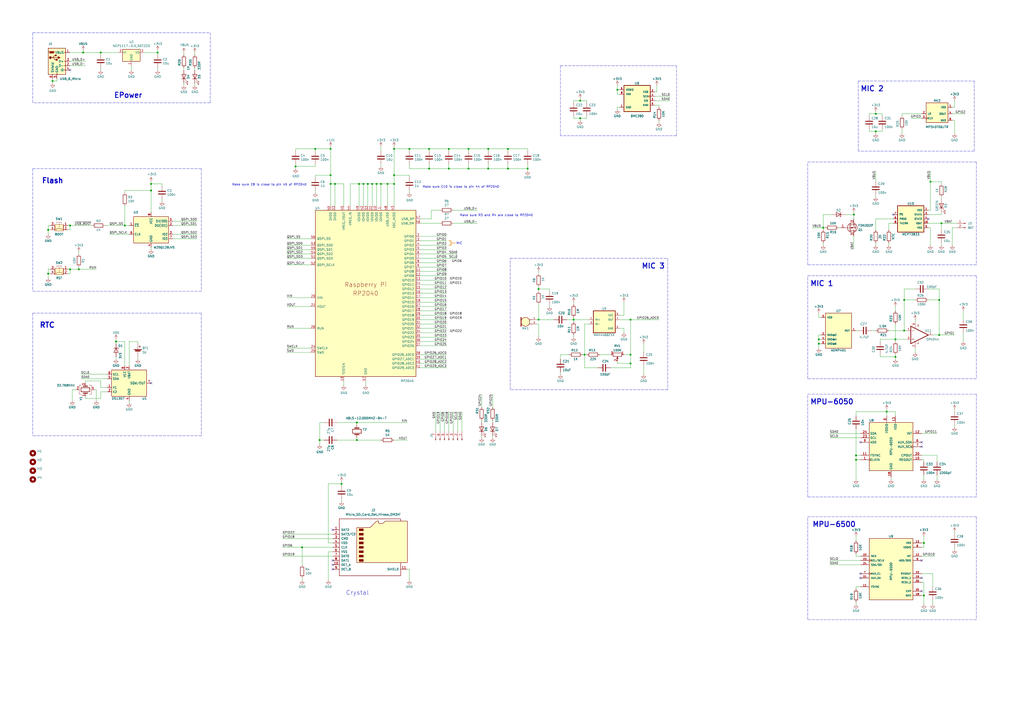
<source format=kicad_sch>
(kicad_sch (version 20211123) (generator eeschema)
  (paper "A2")
  (junction (at 260.35 97.79))
  (junction (at 283.21 97.79))
  (junction (at 45.72 156.21))
  (junction (at 336.55 58.42))
  (junction (at 191.77 86.36))
  (junction (at 365.76 185.42))
  (junction (at 283.21 86.36))
  (junction (at 40.64 130.81))
  (junction (at 514.35 238.76))
  (junction (at 198.12 280.67))
  (junction (at 336.55 68.58))
  (junction (at 27.94 133.35))
  (junction (at 524.51 173.99))
  (junction (at 365.76 210.82))
  (junction (at 260.35 86.36))
  (junction (at 519.43 196.85))
  (junction (at 30.48 46.99))
  (junction (at 67.31 198.12))
  (junction (at 294.64 86.36))
  (junction (at 228.6 101.6))
  (junction (at 58.42 30.48))
  (junction (at 207.01 255.27))
  (junction (at 312.42 185.42))
  (junction (at 546.1 129.54))
  (junction (at 508 66.04))
  (junction (at 171.45 96.52))
  (junction (at 175.26 317.5))
  (junction (at 539.75 105.41))
  (junction (at 519.43 207.01))
  (junction (at 477.52 132.08))
  (junction (at 544.83 173.99))
  (junction (at 191.77 101.6))
  (junction (at 271.78 97.79))
  (junction (at 228.6 86.36))
  (junction (at 72.39 130.81))
  (junction (at 40.64 156.21))
  (junction (at 474.98 196.85))
  (junction (at 182.88 86.36))
  (junction (at 185.42 255.27))
  (junction (at 215.9 106.68))
  (junction (at 224.79 106.68))
  (junction (at 208.28 106.68))
  (junction (at 194.31 106.68))
  (junction (at 535.94 345.44))
  (junction (at 339.09 205.74))
  (junction (at 312.42 167.64))
  (junction (at 365.76 205.74))
  (junction (at 87.63 106.68))
  (junction (at 474.98 199.39))
  (junction (at 91.44 30.48))
  (junction (at 48.26 30.48))
  (junction (at 496.57 266.7))
  (junction (at 495.3 124.46))
  (junction (at 210.82 106.68))
  (junction (at 535.94 314.96))
  (junction (at 27.94 158.75))
  (junction (at 87.63 110.49))
  (junction (at 207.01 245.11))
  (junction (at 191.77 106.68))
  (junction (at 218.44 106.68))
  (junction (at 248.92 97.79))
  (junction (at 228.6 106.68))
  (junction (at 508 76.2))
  (junction (at 271.78 86.36))
  (junction (at 306.07 97.79))
  (junction (at 496.57 264.16))
  (junction (at 294.64 97.79))
  (junction (at 213.36 106.68))
  (junction (at 544.83 194.31))
  (junction (at 332.74 185.42))
  (junction (at 524.51 191.77))
  (junction (at 248.92 86.36))
  (junction (at 220.98 106.68))
  (junction (at 358.14 52.07))
  (junction (at 237.49 86.36))
  (no_connect (at 499.11 256.54))
  (no_connect (at 499.11 332.74))
  (no_connect (at 499.11 335.28))
  (no_connect (at 534.67 325.12))
  (no_connect (at 193.04 325.12))
  (no_connect (at 193.04 307.34))
  (no_connect (at 193.04 330.2))
  (no_connect (at 534.67 342.9))
  (no_connect (at 518.16 124.46))
  (no_connect (at 538.48 127))
  (no_connect (at 534.67 256.54))
  (no_connect (at 534.67 259.08))
  (no_connect (at 40.64 40.64))
  (no_connect (at 87.63 222.25))
  (no_connect (at 534.67 335.28))
  (no_connect (at 193.04 327.66))
  (wire (pts (xy 87.63 106.68) (xy 87.63 110.49)))
  (wire (pts (xy 243.84 200.66) (xy 259.08 200.66)))
  (polyline (pts (xy 116.84 168.91) (xy 19.05 168.91)))
  (wire (pts (xy 163.83 322.58) (xy 193.04 322.58)))
  (polyline (pts (xy 392.43 38.1) (xy 392.43 78.74)))
  (wire (pts (xy 476.25 194.31) (xy 474.98 194.31)))
  (wire (pts (xy 243.84 208.28) (xy 259.08 208.28)))
  (wire (pts (xy 285.75 228.6) (xy 285.75 236.22)))
  (wire (pts (xy 228.6 101.6) (xy 228.6 106.68)))
  (wire (pts (xy 67.31 198.12) (xy 67.31 199.39)))
  (wire (pts (xy 262.89 121.92) (xy 276.86 121.92)))
  (wire (pts (xy 534.67 337.82) (xy 535.94 337.82)))
  (wire (pts (xy 519.43 196.85) (xy 519.43 198.12)))
  (wire (pts (xy 265.43 238.76) (xy 265.43 250.19)))
  (wire (pts (xy 248.92 87.63) (xy 248.92 86.36)))
  (wire (pts (xy 544.83 194.31) (xy 553.72 194.31)))
  (wire (pts (xy 539.75 99.06) (xy 539.75 105.41)))
  (wire (pts (xy 166.37 149.86) (xy 180.34 149.86)))
  (wire (pts (xy 294.64 97.79) (xy 306.07 97.79)))
  (wire (pts (xy 199.39 106.68) (xy 194.31 106.68)))
  (wire (pts (xy 228.6 101.6) (xy 237.49 101.6)))
  (wire (pts (xy 220.98 106.68) (xy 224.79 106.68)))
  (wire (pts (xy 538.48 132.08) (xy 539.75 132.08)))
  (wire (pts (xy 260.35 86.36) (xy 271.78 86.36)))
  (polyline (pts (xy 121.92 19.05) (xy 121.92 59.69)))
  (wire (pts (xy 504.19 76.2) (xy 508 76.2)))
  (wire (pts (xy 93.98 107.95) (xy 93.98 106.68)))
  (wire (pts (xy 538.48 167.64) (xy 544.83 167.64)))
  (polyline (pts (xy 468.63 93.98) (xy 566.42 93.98)))
  (wire (pts (xy 243.84 170.18) (xy 259.08 170.18)))
  (wire (pts (xy 237.49 87.63) (xy 237.49 86.36)))
  (wire (pts (xy 538.48 173.99) (xy 544.83 173.99)))
  (polyline (pts (xy 497.84 46.99) (xy 497.84 87.63)))
  (wire (pts (xy 285.75 252.73) (xy 285.75 254)))
  (wire (pts (xy 510.54 198.12) (xy 510.54 196.85)))
  (wire (pts (xy 496.57 238.76) (xy 496.57 241.3)))
  (wire (pts (xy 539.75 105.41) (xy 539.75 121.92)))
  (wire (pts (xy 279.4 228.6) (xy 279.4 236.22)))
  (wire (pts (xy 243.84 177.8) (xy 259.08 177.8)))
  (wire (pts (xy 546.1 140.97) (xy 546.1 142.24)))
  (wire (pts (xy 171.45 96.52) (xy 171.45 97.79)))
  (wire (pts (xy 474.98 181.61) (xy 474.98 184.15)))
  (wire (pts (xy 496.57 311.15) (xy 496.57 313.69)))
  (wire (pts (xy 312.42 157.48) (xy 312.42 158.75)))
  (wire (pts (xy 382.27 60.96) (xy 379.73 60.96)))
  (wire (pts (xy 541.02 340.36) (xy 541.02 332.74)))
  (wire (pts (xy 365.76 205.74) (xy 365.76 210.82)))
  (polyline (pts (xy 468.63 359.41) (xy 468.63 299.72)))
  (wire (pts (xy 511.81 67.31) (xy 511.81 66.04)))
  (polyline (pts (xy 121.92 59.69) (xy 19.05 59.69)))
  (wire (pts (xy 336.55 58.42) (xy 332.74 58.42)))
  (wire (pts (xy 215.9 106.68) (xy 218.44 106.68)))
  (wire (pts (xy 552.45 142.24) (xy 552.45 132.08)))
  (wire (pts (xy 359.41 185.42) (xy 365.76 185.42)))
  (wire (pts (xy 67.31 196.85) (xy 67.31 198.12)))
  (polyline (pts (xy 325.12 38.1) (xy 325.12 78.74)))
  (wire (pts (xy 180.34 190.5) (xy 166.37 190.5)))
  (wire (pts (xy 243.84 127) (xy 250.19 127)))
  (wire (pts (xy 306.07 97.79) (xy 306.07 99.06)))
  (wire (pts (xy 294.64 95.25) (xy 294.64 97.79)))
  (wire (pts (xy 318.77 176.53) (xy 318.77 177.8)))
  (wire (pts (xy 29.21 158.75) (xy 27.94 158.75)))
  (wire (pts (xy 74.93 198.12) (xy 80.01 198.12)))
  (wire (pts (xy 505.46 191.77) (xy 508 191.77)))
  (wire (pts (xy 163.83 317.5) (xy 175.26 317.5)))
  (wire (pts (xy 171.45 96.52) (xy 182.88 96.52)))
  (wire (pts (xy 39.37 133.35) (xy 40.64 133.35)))
  (polyline (pts (xy 566.42 160.02) (xy 566.42 219.71)))
  (wire (pts (xy 49.53 231.14) (xy 49.53 229.87)))
  (wire (pts (xy 508 140.97) (xy 508 142.24)))
  (wire (pts (xy 45.72 146.05) (xy 45.72 147.32)))
  (polyline (pts (xy 565.15 46.99) (xy 565.15 87.63)))
  (wire (pts (xy 285.75 243.84) (xy 285.75 245.11)))
  (polyline (pts (xy 565.15 87.63) (xy 497.84 87.63)))
  (polyline (pts (xy 295.91 226.06) (xy 295.91 149.86)))
  (wire (pts (xy 180.34 153.67) (xy 166.37 153.67)))
  (wire (pts (xy 243.84 160.02) (xy 259.08 160.02)))
  (polyline (pts (xy 19.05 97.79) (xy 19.05 168.91)))
  (wire (pts (xy 538.48 129.54) (xy 546.1 129.54)))
  (wire (pts (xy 524.51 173.99) (xy 524.51 191.77)))
  (wire (pts (xy 539.75 132.08) (xy 539.75 142.24)))
  (wire (pts (xy 243.84 154.94) (xy 259.08 154.94)))
  (wire (pts (xy 530.86 185.42) (xy 530.86 186.69)))
  (wire (pts (xy 33.02 46.99) (xy 30.48 46.99)))
  (wire (pts (xy 478.79 132.08) (xy 477.52 132.08)))
  (wire (pts (xy 332.74 175.26) (xy 332.74 176.53)))
  (wire (pts (xy 514.35 237.49) (xy 514.35 238.76)))
  (polyline (pts (xy 566.42 359.41) (xy 468.63 359.41)))
  (polyline (pts (xy 19.05 181.61) (xy 116.84 181.61)))
  (wire (pts (xy 106.68 48.26) (xy 106.68 49.53)))
  (wire (pts (xy 358.14 49.53) (xy 358.14 52.07)))
  (wire (pts (xy 243.84 149.86) (xy 265.43 149.86)))
  (wire (pts (xy 481.33 251.46) (xy 499.11 251.46)))
  (wire (pts (xy 220.98 85.09) (xy 220.98 87.63)))
  (wire (pts (xy 191.77 85.09) (xy 191.77 86.36)))
  (wire (pts (xy 382.27 69.85) (xy 382.27 71.12)))
  (wire (pts (xy 255.27 238.76) (xy 255.27 250.19)))
  (wire (pts (xy 508 133.35) (xy 508 127)))
  (wire (pts (xy 339.09 213.36) (xy 339.09 205.74)))
  (wire (pts (xy 379.73 58.42) (xy 388.62 58.42)))
  (wire (pts (xy 481.33 327.66) (xy 499.11 327.66)))
  (wire (pts (xy 523.24 66.04) (xy 523.24 67.31)))
  (wire (pts (xy 58.42 220.98) (xy 49.53 220.98)))
  (wire (pts (xy 220.98 106.68) (xy 220.98 119.38)))
  (wire (pts (xy 332.74 67.31) (xy 332.74 68.58)))
  (wire (pts (xy 312.42 176.53) (xy 312.42 185.42)))
  (wire (pts (xy 198.12 279.4) (xy 198.12 280.67)))
  (wire (pts (xy 518.16 129.54) (xy 515.62 129.54)))
  (wire (pts (xy 220.98 95.25) (xy 220.98 96.52)))
  (wire (pts (xy 325.12 205.74) (xy 325.12 208.28)))
  (polyline (pts (xy 116.84 97.79) (xy 116.84 168.91)))
  (wire (pts (xy 534.67 251.46) (xy 543.56 251.46)))
  (polyline (pts (xy 295.91 149.86) (xy 387.35 149.86)))
  (wire (pts (xy 339.09 205.74) (xy 340.36 205.74)))
  (wire (pts (xy 312.42 167.64) (xy 312.42 168.91)))
  (wire (pts (xy 359.41 62.23) (xy 358.14 62.23)))
  (wire (pts (xy 496.57 266.7) (xy 496.57 278.13)))
  (wire (pts (xy 182.88 102.87) (xy 182.88 101.6)))
  (wire (pts (xy 379.73 53.34) (xy 381 53.34)))
  (wire (pts (xy 80.01 207.01) (xy 80.01 208.28)))
  (wire (pts (xy 76.2 38.1) (xy 76.2 40.64)))
  (wire (pts (xy 332.74 68.58) (xy 336.55 68.58)))
  (wire (pts (xy 87.63 110.49) (xy 87.63 123.19)))
  (wire (pts (xy 294.64 87.63) (xy 294.64 86.36)))
  (wire (pts (xy 508 76.2) (xy 508 77.47)))
  (wire (pts (xy 243.84 175.26) (xy 259.08 175.26)))
  (wire (pts (xy 40.64 130.81) (xy 53.34 130.81)))
  (polyline (pts (xy 116.84 252.73) (xy 19.05 252.73)))
  (wire (pts (xy 339.09 187.96) (xy 339.09 205.74)))
  (wire (pts (xy 203.2 119.38) (xy 203.2 106.68)))
  (wire (pts (xy 262.89 238.76) (xy 262.89 250.19)))
  (wire (pts (xy 46.99 217.17) (xy 62.23 217.17)))
  (wire (pts (xy 553.72 317.5) (xy 553.72 318.77)))
  (wire (pts (xy 171.45 95.25) (xy 171.45 96.52)))
  (wire (pts (xy 312.42 195.58) (xy 312.42 187.96)))
  (wire (pts (xy 294.64 86.36) (xy 306.07 86.36)))
  (wire (pts (xy 552.45 66.04) (xy 560.07 66.04)))
  (wire (pts (xy 91.44 39.37) (xy 91.44 40.64)))
  (wire (pts (xy 40.64 35.56) (xy 49.53 35.56)))
  (wire (pts (xy 58.42 31.75) (xy 58.42 30.48)))
  (wire (pts (xy 508 113.03) (xy 508 114.3)))
  (wire (pts (xy 495.3 137.16) (xy 495.3 144.78)))
  (wire (pts (xy 306.07 95.25) (xy 306.07 97.79)))
  (bus (pts (xy 261.62 140.97) (xy 264.16 140.97)) (stroke (width 0) (color 221 133 0 1)))
  (wire (pts (xy 365.76 185.42) (xy 382.27 185.42)))
  (wire (pts (xy 260.35 95.25) (xy 260.35 97.79)))
  (wire (pts (xy 40.64 156.21) (xy 39.37 156.21)))
  (polyline (pts (xy 468.63 228.6) (xy 566.42 228.6)))
  (wire (pts (xy 33.02 45.72) (xy 33.02 46.99)))
  (wire (pts (xy 358.14 62.23) (xy 358.14 63.5)))
  (wire (pts (xy 515.62 129.54) (xy 515.62 133.35)))
  (wire (pts (xy 543.56 264.16) (xy 534.67 264.16)))
  (wire (pts (xy 311.15 185.42) (xy 312.42 185.42)))
  (wire (pts (xy 495.3 123.19) (xy 495.3 124.46)))
  (wire (pts (xy 243.84 185.42) (xy 259.08 185.42)))
  (wire (pts (xy 279.4 252.73) (xy 279.4 254)))
  (wire (pts (xy 243.84 144.78) (xy 259.08 144.78)))
  (wire (pts (xy 163.83 309.88) (xy 193.04 309.88)))
  (wire (pts (xy 243.84 182.88) (xy 259.08 182.88)))
  (wire (pts (xy 552.45 62.23) (xy 553.72 62.23)))
  (polyline (pts (xy 468.63 288.29) (xy 468.63 228.6)))
  (wire (pts (xy 373.38 199.39) (xy 373.38 204.47)))
  (wire (pts (xy 39.37 130.81) (xy 40.64 130.81)))
  (wire (pts (xy 535.94 275.59) (xy 535.94 278.13)))
  (wire (pts (xy 45.72 154.94) (xy 45.72 156.21)))
  (wire (pts (xy 474.98 194.31) (xy 474.98 196.85)))
  (wire (pts (xy 243.84 193.04) (xy 259.08 193.04)))
  (wire (pts (xy 508 127) (xy 518.16 127)))
  (wire (pts (xy 306.07 87.63) (xy 306.07 86.36)))
  (wire (pts (xy 541.02 347.98) (xy 541.02 350.52)))
  (wire (pts (xy 243.84 205.74) (xy 259.08 205.74)))
  (wire (pts (xy 260.35 97.79) (xy 248.92 97.79)))
  (wire (pts (xy 100.33 135.89) (xy 114.3 135.89)))
  (wire (pts (xy 180.34 201.93) (xy 166.37 201.93)))
  (wire (pts (xy 474.98 199.39) (xy 476.25 199.39)))
  (wire (pts (xy 543.56 267.97) (xy 543.56 264.16)))
  (wire (pts (xy 175.26 317.5) (xy 193.04 317.5)))
  (polyline (pts (xy 387.35 149.86) (xy 387.35 226.06)))
  (wire (pts (xy 346.71 213.36) (xy 339.09 213.36)))
  (wire (pts (xy 243.84 147.32) (xy 265.43 147.32)))
  (wire (pts (xy 358.14 210.82) (xy 365.76 210.82)))
  (wire (pts (xy 347.98 205.74) (xy 354.33 205.74)))
  (wire (pts (xy 182.88 86.36) (xy 191.77 86.36)))
  (wire (pts (xy 474.98 196.85) (xy 476.25 196.85)))
  (wire (pts (xy 508 64.77) (xy 508 66.04)))
  (bus (pts (xy 260.35 142.24) (xy 261.62 142.24)) (stroke (width 0) (color 221 133 0 1)))
  (wire (pts (xy 312.42 187.96) (xy 311.15 187.96)))
  (wire (pts (xy 514.35 238.76) (xy 496.57 238.76)))
  (wire (pts (xy 496.57 321.31) (xy 496.57 322.58)))
  (wire (pts (xy 552.45 69.85) (xy 553.72 69.85)))
  (wire (pts (xy 541.02 332.74) (xy 534.67 332.74)))
  (wire (pts (xy 48.26 30.48) (xy 58.42 30.48)))
  (wire (pts (xy 44.45 226.06) (xy 41.91 226.06)))
  (wire (pts (xy 207.01 254) (xy 207.01 255.27)))
  (wire (pts (xy 325.12 215.9) (xy 325.12 217.17)))
  (wire (pts (xy 243.84 142.24) (xy 259.08 142.24)))
  (wire (pts (xy 524.51 191.77) (xy 525.78 191.77)))
  (wire (pts (xy 218.44 106.68) (xy 220.98 106.68)))
  (wire (pts (xy 495.3 124.46) (xy 495.3 127)))
  (wire (pts (xy 361.95 193.04) (xy 361.95 190.5)))
  (wire (pts (xy 325.12 205.74) (xy 330.2 205.74)))
  (wire (pts (xy 260.35 87.63) (xy 260.35 86.36)))
  (wire (pts (xy 93.98 106.68) (xy 87.63 106.68)))
  (wire (pts (xy 523.24 66.04) (xy 534.67 66.04)))
  (wire (pts (xy 193.04 320.04) (xy 190.5 320.04)))
  (wire (pts (xy 511.81 66.04) (xy 508 66.04)))
  (wire (pts (xy 312.42 167.64) (xy 318.77 167.64)))
  (wire (pts (xy 336.55 68.58) (xy 336.55 69.85)))
  (wire (pts (xy 224.79 106.68) (xy 228.6 106.68)))
  (wire (pts (xy 213.36 119.38) (xy 213.36 106.68)))
  (wire (pts (xy 27.94 158.75) (xy 27.94 161.29)))
  (polyline (pts (xy 566.42 299.72) (xy 566.42 359.41)))
  (wire (pts (xy 194.31 106.68) (xy 191.77 106.68)))
  (wire (pts (xy 496.57 340.36) (xy 496.57 341.63)))
  (polyline (pts (xy 387.35 226.06) (xy 295.91 226.06)))
  (wire (pts (xy 166.37 172.72) (xy 180.34 172.72)))
  (wire (pts (xy 106.68 39.37) (xy 106.68 40.64)))
  (wire (pts (xy 359.41 190.5) (xy 361.95 190.5)))
  (wire (pts (xy 55.88 226.06) (xy 55.88 232.41)))
  (wire (pts (xy 54.61 226.06) (xy 55.88 226.06)))
  (wire (pts (xy 199.39 119.38) (xy 199.39 106.68)))
  (wire (pts (xy 332.74 185.42) (xy 332.74 186.69)))
  (wire (pts (xy 40.64 30.48) (xy 48.26 30.48)))
  (wire (pts (xy 195.58 245.11) (xy 207.01 245.11)))
  (polyline (pts (xy 468.63 219.71) (xy 468.63 160.02)))
  (wire (pts (xy 341.63 187.96) (xy 339.09 187.96)))
  (wire (pts (xy 207.01 246.38) (xy 207.01 245.11)))
  (wire (pts (xy 180.34 177.8) (xy 166.37 177.8)))
  (wire (pts (xy 67.31 207.01) (xy 67.31 208.28)))
  (wire (pts (xy 477.52 140.97) (xy 477.52 142.24)))
  (wire (pts (xy 228.6 85.09) (xy 228.6 86.36)))
  (wire (pts (xy 474.98 199.39) (xy 474.98 201.93)))
  (wire (pts (xy 182.88 87.63) (xy 182.88 86.36)))
  (wire (pts (xy 514.35 241.3) (xy 514.35 238.76)))
  (wire (pts (xy 530.86 167.64) (xy 524.51 167.64)))
  (wire (pts (xy 243.84 187.96) (xy 259.08 187.96)))
  (wire (pts (xy 60.96 130.81) (xy 72.39 130.81)))
  (wire (pts (xy 279.4 243.84) (xy 279.4 245.11)))
  (wire (pts (xy 27.94 156.21) (xy 29.21 156.21)))
  (wire (pts (xy 72.39 212.09) (xy 72.39 198.12)))
  (wire (pts (xy 524.51 167.64) (xy 524.51 173.99)))
  (wire (pts (xy 283.21 87.63) (xy 283.21 86.36)))
  (wire (pts (xy 283.21 86.36) (xy 294.64 86.36)))
  (wire (pts (xy 243.84 213.36) (xy 259.08 213.36)))
  (wire (pts (xy 340.36 59.69) (xy 340.36 58.42)))
  (polyline (pts (xy 468.63 160.02) (xy 566.42 160.02)))
  (wire (pts (xy 481.33 254) (xy 499.11 254)))
  (wire (pts (xy 283.21 95.25) (xy 283.21 97.79)))
  (wire (pts (xy 535.94 350.52) (xy 535.94 345.44)))
  (wire (pts (xy 63.5 135.89) (xy 74.93 135.89)))
  (wire (pts (xy 516.89 276.86) (xy 516.89 278.13)))
  (wire (pts (xy 271.78 95.25) (xy 271.78 97.79)))
  (wire (pts (xy 515.62 140.97) (xy 515.62 142.24)))
  (wire (pts (xy 58.42 224.79) (xy 58.42 220.98)))
  (wire (pts (xy 203.2 106.68) (xy 208.28 106.68)))
  (wire (pts (xy 546.1 123.19) (xy 546.1 124.46)))
  (wire (pts (xy 250.19 121.92) (xy 250.19 127)))
  (wire (pts (xy 257.81 238.76) (xy 257.81 250.19)))
  (wire (pts (xy 511.81 76.2) (xy 511.81 74.93)))
  (wire (pts (xy 510.54 205.74) (xy 510.54 207.01)))
  (wire (pts (xy 486.41 132.08) (xy 487.68 132.08)))
  (wire (pts (xy 546.1 129.54) (xy 554.99 129.54)))
  (wire (pts (xy 190.5 280.67) (xy 198.12 280.67)))
  (wire (pts (xy 191.77 106.68) (xy 191.77 119.38)))
  (wire (pts (xy 48.26 29.21) (xy 48.26 30.48)))
  (wire (pts (xy 237.49 95.25) (xy 237.49 97.79)))
  (wire (pts (xy 171.45 86.36) (xy 182.88 86.36)))
  (wire (pts (xy 190.5 314.96) (xy 193.04 314.96)))
  (polyline (pts (xy 566.42 93.98) (xy 566.42 153.67)))
  (wire (pts (xy 294.64 97.79) (xy 283.21 97.79)))
  (wire (pts (xy 365.76 205.74) (xy 365.76 185.42)))
  (wire (pts (xy 243.84 198.12) (xy 259.08 198.12)))
  (wire (pts (xy 207.01 255.27) (xy 220.98 255.27)))
  (wire (pts (xy 46.99 219.71) (xy 62.23 219.71)))
  (wire (pts (xy 535.94 345.44) (xy 534.67 345.44)))
  (wire (pts (xy 91.44 31.75) (xy 91.44 30.48)))
  (wire (pts (xy 74.93 212.09) (xy 74.93 198.12)))
  (wire (pts (xy 514.35 238.76) (xy 519.43 238.76)))
  (wire (pts (xy 30.48 46.99) (xy 30.48 48.26)))
  (wire (pts (xy 510.54 196.85) (xy 519.43 196.85)))
  (wire (pts (xy 72.39 110.49) (xy 87.63 110.49)))
  (wire (pts (xy 359.41 54.61) (xy 358.14 54.61)))
  (wire (pts (xy 337.82 205.74) (xy 339.09 205.74)))
  (wire (pts (xy 474.98 196.85) (xy 474.98 199.39)))
  (wire (pts (xy 166.37 142.24) (xy 180.34 142.24)))
  (wire (pts (xy 248.92 95.25) (xy 248.92 97.79)))
  (wire (pts (xy 558.8 180.34) (xy 558.8 185.42)))
  (wire (pts (xy 271.78 87.63) (xy 271.78 86.36)))
  (wire (pts (xy 100.33 130.81) (xy 114.3 130.81)))
  (wire (pts (xy 528.32 68.58) (xy 534.67 68.58)))
  (wire (pts (xy 91.44 30.48) (xy 91.44 29.21)))
  (wire (pts (xy 336.55 68.58) (xy 340.36 68.58)))
  (wire (pts (xy 271.78 86.36) (xy 283.21 86.36)))
  (wire (pts (xy 113.03 30.48) (xy 113.03 31.75)))
  (wire (pts (xy 508 76.2) (xy 511.81 76.2)))
  (wire (pts (xy 328.93 185.42) (xy 332.74 185.42)))
  (wire (pts (xy 228.6 106.68) (xy 228.6 119.38)))
  (wire (pts (xy 208.28 106.68) (xy 210.82 106.68)))
  (polyline (pts (xy 566.42 228.6) (xy 566.42 288.29)))
  (wire (pts (xy 58.42 231.14) (xy 49.53 231.14)))
  (wire (pts (xy 546.1 115.57) (xy 546.1 114.3)))
  (wire (pts (xy 210.82 106.68) (xy 213.36 106.68)))
  (wire (pts (xy 180.34 138.43) (xy 166.37 138.43)))
  (wire (pts (xy 552.45 132.08) (xy 554.99 132.08)))
  (wire (pts (xy 208.28 119.38) (xy 208.28 106.68)))
  (wire (pts (xy 175.26 317.5) (xy 175.26 327.66)))
  (wire (pts (xy 210.82 119.38) (xy 210.82 106.68)))
  (wire (pts (xy 49.53 220.98) (xy 49.53 222.25)))
  (wire (pts (xy 535.94 311.15) (xy 535.94 314.96)))
  (wire (pts (xy 538.48 121.92) (xy 539.75 121.92)))
  (wire (pts (xy 72.39 119.38) (xy 72.39 130.81)))
  (wire (pts (xy 373.38 212.09) (xy 373.38 217.17)))
  (wire (pts (xy 340.36 58.42) (xy 336.55 58.42)))
  (wire (pts (xy 106.68 30.48) (xy 106.68 31.75)))
  (wire (pts (xy 318.77 167.64) (xy 318.77 168.91)))
  (polyline (pts (xy 566.42 153.67) (xy 468.63 153.67)))
  (wire (pts (xy 271.78 97.79) (xy 260.35 97.79)))
  (wire (pts (xy 40.64 156.21) (xy 40.64 158.75)))
  (wire (pts (xy 243.84 152.4) (xy 259.08 152.4)))
  (wire (pts (xy 113.03 48.26) (xy 113.03 49.53)))
  (wire (pts (xy 237.49 336.55) (xy 237.49 330.2)))
  (wire (pts (xy 237.49 110.49) (xy 237.49 111.76)))
  (wire (pts (xy 504.19 66.04) (xy 504.19 67.31)))
  (wire (pts (xy 534.67 317.5) (xy 535.94 317.5)))
  (wire (pts (xy 175.26 335.28) (xy 175.26 336.55)))
  (wire (pts (xy 482.6 124.46) (xy 477.52 124.46)))
  (wire (pts (xy 508 66.04) (xy 504.19 66.04)))
  (wire (pts (xy 523.24 74.93) (xy 523.24 77.47)))
  (wire (pts (xy 358.14 209.55) (xy 358.14 210.82)))
  (wire (pts (xy 182.88 101.6) (xy 191.77 101.6)))
  (wire (pts (xy 546.1 106.68) (xy 546.1 105.41)))
  (wire (pts (xy 519.43 187.96) (xy 519.43 196.85)))
  (wire (pts (xy 358.14 52.07) (xy 358.14 54.61)))
  (wire (pts (xy 40.64 38.1) (xy 49.53 38.1)))
  (wire (pts (xy 243.84 139.7) (xy 259.08 139.7)))
  (wire (pts (xy 519.43 177.8) (xy 519.43 180.34)))
  (wire (pts (xy 87.63 105.41) (xy 87.63 106.68)))
  (wire (pts (xy 538.48 124.46) (xy 546.1 124.46)))
  (wire (pts (xy 250.19 121.92) (xy 255.27 121.92)))
  (wire (pts (xy 499.11 340.36) (xy 496.57 340.36)))
  (wire (pts (xy 332.74 58.42) (xy 332.74 59.69)))
  (wire (pts (xy 74.93 232.41) (xy 74.93 233.68)))
  (wire (pts (xy 58.42 30.48) (xy 68.58 30.48)))
  (polyline (pts (xy 116.84 181.61) (xy 116.84 252.73)))
  (wire (pts (xy 544.83 173.99) (xy 544.83 194.31)))
  (wire (pts (xy 558.8 193.04) (xy 558.8 198.12)))
  (wire (pts (xy 477.52 124.46) (xy 477.52 132.08)))
  (wire (pts (xy 519.43 207.01) (xy 519.43 208.28)))
  (wire (pts (xy 382.27 62.23) (xy 382.27 60.96)))
  (wire (pts (xy 218.44 119.38) (xy 218.44 106.68)))
  (wire (pts (xy 39.37 158.75) (xy 40.64 158.75)))
  (wire (pts (xy 207.01 245.11) (xy 236.22 245.11)))
  (wire (pts (xy 535.94 266.7) (xy 534.67 266.7)))
  (wire (pts (xy 72.39 111.76) (xy 72.39 110.49)))
  (wire (pts (xy 332.74 184.15) (xy 332.74 185.42)))
  (wire (pts (xy 361.95 175.26) (xy 361.95 182.88)))
  (wire (pts (xy 41.91 226.06) (xy 41.91 232.41)))
  (wire (pts (xy 191.77 101.6) (xy 191.77 106.68)))
  (wire (pts (xy 361.95 182.88) (xy 359.41 182.88)))
  (wire (pts (xy 358.14 52.07) (xy 359.41 52.07)))
  (polyline (pts (xy 19.05 97.79) (xy 116.84 97.79)))
  (wire (pts (xy 198.12 280.67) (xy 198.12 281.94)))
  (wire (pts (xy 553.72 308.61) (xy 553.72 309.88)))
  (wire (pts (xy 262.89 129.54) (xy 276.86 129.54)))
  (wire (pts (xy 519.43 205.74) (xy 519.43 207.01)))
  (wire (pts (xy 252.73 238.76) (xy 252.73 250.19)))
  (wire (pts (xy 180.34 204.47) (xy 166.37 204.47)))
  (wire (pts (xy 248.92 97.79) (xy 237.49 97.79)))
  (wire (pts (xy 519.43 196.85) (xy 525.78 196.85)))
  (wire (pts (xy 187.96 255.27) (xy 185.42 255.27)))
  (wire (pts (xy 55.88 156.21) (xy 45.72 156.21)))
  (wire (pts (xy 27.94 156.21) (xy 27.94 158.75)))
  (wire (pts (xy 481.33 325.12) (xy 499.11 325.12)))
  (wire (pts (xy 224.79 119.38) (xy 224.79 106.68)))
  (wire (pts (xy 40.64 130.81) (xy 40.64 133.35)))
  (wire (pts (xy 87.63 143.51) (xy 87.63 144.78)))
  (wire (pts (xy 215.9 119.38) (xy 215.9 106.68)))
  (wire (pts (xy 171.45 87.63) (xy 171.45 86.36)))
  (wire (pts (xy 213.36 106.68) (xy 215.9 106.68)))
  (polyline (pts (xy 325.12 38.1) (xy 392.43 38.1)))
  (wire (pts (xy 62.23 227.33) (xy 58.42 227.33)))
  (wire (pts (xy 237.49 102.87) (xy 237.49 101.6)))
  (wire (pts (xy 267.97 238.76) (xy 267.97 250.19)))
  (wire (pts (xy 187.96 245.11) (xy 185.42 245.11)))
  (wire (pts (xy 553.72 58.42) (xy 553.72 62.23)))
  (wire (pts (xy 543.56 275.59) (xy 543.56 278.13)))
  (wire (pts (xy 535.94 337.82) (xy 535.94 345.44)))
  (wire (pts (xy 30.48 45.72) (xy 30.48 46.99)))
  (wire (pts (xy 100.33 138.43) (xy 114.3 138.43)))
  (wire (pts (xy 379.73 55.88) (xy 388.62 55.88)))
  (wire (pts (xy 100.33 128.27) (xy 114.3 128.27)))
  (wire (pts (xy 515.62 191.77) (xy 524.51 191.77)))
  (wire (pts (xy 361.95 205.74) (xy 365.76 205.74)))
  (wire (pts (xy 490.22 124.46) (xy 495.3 124.46)))
  (wire (pts (xy 237.49 86.36) (xy 248.92 86.36)))
  (wire (pts (xy 27.94 130.81) (xy 27.94 133.35)))
  (wire (pts (xy 553.72 69.85) (xy 553.72 77.47)))
  (wire (pts (xy 535.94 314.96) (xy 535.94 317.5)))
  (wire (pts (xy 93.98 115.57) (xy 93.98 116.84)))
  (bus (pts (xy 260.35 139.7) (xy 261.62 139.7)) (stroke (width 0) (color 221 133 0 1)))
  (polyline (pts (xy 19.05 19.05) (xy 19.05 59.69)))
  (wire (pts (xy 185.42 255.27) (xy 185.42 257.81)))
  (wire (pts (xy 62.23 224.79) (xy 58.42 224.79)))
  (wire (pts (xy 194.31 119.38) (xy 194.31 106.68)))
  (wire (pts (xy 496.57 264.16) (xy 499.11 264.16)))
  (polyline (pts (xy 566.42 219.71) (xy 468.63 219.71)))
  (wire (pts (xy 237.49 330.2) (xy 236.22 330.2)))
  (wire (pts (xy 496.57 266.7) (xy 499.11 266.7)))
  (wire (pts (xy 182.88 110.49) (xy 182.88 111.76)))
  (wire (pts (xy 546.1 129.54) (xy 546.1 133.35)))
  (wire (pts (xy 182.88 96.52) (xy 182.88 95.25)))
  (wire (pts (xy 243.84 190.5) (xy 259.08 190.5)))
  (wire (pts (xy 27.94 133.35) (xy 27.94 135.89)))
  (wire (pts (xy 510.54 207.01) (xy 519.43 207.01)))
  (wire (pts (xy 243.84 162.56) (xy 259.08 162.56)))
  (bus (pts (xy 261.62 139.7) (xy 261.62 142.24)) (stroke (width 0) (color 221 133 0 1)))
  (wire (pts (xy 243.84 129.54) (xy 255.27 129.54)))
  (polyline (pts (xy 497.84 46.99) (xy 565.15 46.99)))
  (polyline (pts (xy 566.42 288.29) (xy 468.63 288.29)))
  (wire (pts (xy 312.42 166.37) (xy 312.42 167.64)))
  (wire (pts (xy 248.92 86.36) (xy 260.35 86.36)))
  (wire (pts (xy 83.82 30.48) (xy 91.44 30.48)))
  (wire (pts (xy 519.43 241.3) (xy 519.43 238.76)))
  (wire (pts (xy 243.84 195.58) (xy 259.08 195.58)))
  (wire (pts (xy 58.42 39.37) (xy 58.42 40.64)))
  (wire (pts (xy 508 99.06) (xy 508 105.41)))
  (wire (pts (xy 191.77 86.36) (xy 191.77 101.6)))
  (wire (pts (xy 199.39 220.98) (xy 199.39 223.52)))
  (polyline (pts (xy 19.05 181.61) (xy 19.05 252.73)))
  (wire (pts (xy 58.42 227.33) (xy 58.42 231.14)))
  (polyline (pts (xy 392.43 78.74) (xy 325.12 78.74)))
  (wire (pts (xy 27.94 130.81) (xy 29.21 130.81)))
  (wire (pts (xy 553.72 246.38) (xy 553.72 247.65)))
  (wire (pts (xy 228.6 255.27) (xy 236.22 255.27)))
  (wire (pts (xy 72.39 130.81) (xy 74.93 130.81)))
  (wire (pts (xy 243.84 157.48) (xy 259.08 157.48)))
  (wire (pts (xy 477.52 132.08) (xy 477.52 133.35)))
  (wire (pts (xy 553.72 237.49) (xy 553.72 238.76)))
  (wire (pts (xy 228.6 86.36) (xy 237.49 86.36)))
  (wire (pts (xy 524.51 173.99) (xy 530.86 173.99)))
  (wire (pts (xy 496.57 349.25) (xy 496.57 350.52)))
  (wire (pts (xy 541.02 194.31) (xy 544.83 194.31)))
  (wire (pts (xy 67.31 198.12) (xy 72.39 198.12)))
  (wire (pts (xy 496.57 264.16) (xy 496.57 266.7)))
  (wire (pts (xy 198.12 289.56) (xy 198.12 290.83)))
  (wire (pts (xy 340.36 68.58) (xy 340.36 67.31)))
  (wire (pts (xy 496.57 248.92) (xy 496.57 264.16)))
  (wire (pts (xy 195.58 255.27) (xy 207.01 255.27)))
  (wire (pts (xy 530.86 201.93) (xy 530.86 204.47)))
  (polyline (pts (xy 468.63 299.72) (xy 566.42 299.72)))
  (wire (pts (xy 190.5 314.96) (xy 190.5 280.67)))
  (wire (pts (xy 496.57 322.58) (xy 499.11 322.58)))
  (wire (pts (xy 260.35 238.76) (xy 260.35 250.19)))
  (wire (pts (xy 504.19 74.93) (xy 504.19 76.2)))
  (wire (pts (xy 243.84 210.82) (xy 259.08 210.82)))
  (wire (pts (xy 544.83 167.64) (xy 544.83 173.99)))
  (wire (pts (xy 332.74 185.42) (xy 341.63 185.42)))
  (wire (pts (xy 534.67 314.96) (xy 535.94 314.96)))
  (wire (pts (xy 243.84 180.34) (xy 259.08 180.34)))
  (wire (pts (xy 535.94 267.97) (xy 535.94 266.7)))
  (wire (pts (xy 166.37 147.32) (xy 180.34 147.32)))
  (wire (pts (xy 496.57 191.77) (xy 497.84 191.77)))
  (wire (pts (xy 354.33 213.36) (xy 365.76 213.36)))
  (polyline (pts (xy 468.63 153.67) (xy 468.63 93.98)))
  (polyline (pts (xy 19.05 19.05) (xy 121.92 19.05)))
  (wire (pts (xy 332.74 194.31) (xy 332.74 195.58)))
  (wire (pts (xy 80.01 198.12) (xy 80.01 199.39)))
  (wire (pts (xy 243.84 165.1) (xy 259.08 165.1)))
  (wire (pts (xy 365.76 213.36) (xy 365.76 210.82)))
  (wire (pts (xy 312.42 185.42) (xy 321.31 185.42)))
  (wire (pts (xy 539.75 105.41) (xy 546.1 105.41)))
  (wire (pts (xy 166.37 144.78) (xy 180.34 144.78)))
  (wire (pts (xy 113.03 39.37) (xy 113.03 40.64)))
  (wire (pts (xy 212.09 220.98) (xy 212.09 223.52)))
  (wire (pts (xy 45.72 156.21) (xy 40.64 156.21)))
  (wire (pts (xy 163.83 312.42) (xy 193.04 312.42)))
  (wire (pts (xy 190.5 320.04) (xy 190.5 336.55)))
  (wire (pts (xy 243.84 137.16) (xy 259.08 137.16)))
  (wire (pts (xy 228.6 86.36) (xy 228.6 101.6)))
  (wire (pts (xy 185.42 245.11) (xy 185.42 255.27)))
  (wire (pts (xy 243.84 172.72) (xy 259.08 172.72)))
  (wire (pts (xy 534.67 322.58) (xy 542.29 322.58)))
  (wire (pts (xy 29.21 133.35) (xy 27.94 133.35)))
  (wire (pts (xy 381 49.53) (xy 381 53.34)))
  (wire (pts (xy 243.84 167.64) (xy 259.08 167.64)))
  (wire (pts (xy 471.17 132.08) (xy 477.52 132.08)))
  (wire (pts (xy 283.21 97.79) (xy 271.78 97.79)))
  (wire (pts (xy 336.55 57.15) (xy 336.55 58.42)))
  (wire (pts (xy 474.98 184.15) (xy 476.25 184.15)))
  (text "Crystal" (at 200.66 345.44 0) (effects (font (size 2.54 2.54)) (justify left bottom)))
  (text "MIC 3" (at 372.11 156.21 0) (effects (font (size 3 3) (thickness 0.508) bold) (justify left bottom)))
  (text "Make sure R3 and R4 are close to RP2040" (at 266.7 125.73 0) (effects (font (size 1.27 1.27)) (justify left bottom)))
  (text "Make sure C10 is close to pin 44 of RP2040" (at 245.11 109.22 0) (effects (font (size 1.27 1.27)) (justify left bottom)))
  (text "MIC 2" (at 499.11 53.34 0) (effects (font (size 3 3) (thickness 0.508) bold) (justify left bottom)))
  (text "MPU-6500" (at 471.17 306.07 0) (effects (font (size 3 3) (thickness 0.508) bold) (justify left bottom)))
  (text "MIC" (at 264.668 141.986 0) (effects (font (size 1.27 1.27)) (justify left bottom)))
  (text "MPU-6050" (at 469.9 234.95 0) (effects (font (size 3 3) (thickness 0.508) bold) (justify left bottom)))
  (text "Flash" (at 24.13 106.68 0) (effects (font (size 3 3) (thickness 0.6) bold) (justify left bottom)))
  (text "RTC" (at 22.86 190.5 0) (effects (font (size 3 3) (thickness 0.6) bold) (justify left bottom)))
  (text "Make sure C8 is close to pin 45 of RP2040" (at 134.62 107.95 0) (effects (font (size 1.27 1.27)) (justify left bottom)))
  (text "MIC 1\n" (at 469.9 166.37 0) (effects (font (size 3 3) (thickness 0.508) bold) (justify left bottom)))
  (text "EPower" (at 66.04 57.15 0) (effects (font (size 3 3) (thickness 0.508) bold) (justify left bottom)))
  (label "VBUS" (at 471.17 132.08 0))
  (label "GPIO10" (at 267.97 162.56 180))
  (label "SDA0" (at 481.33 327.66 0))
  (label "GPIO7" (at 259.08 154.94 180))
  (label "GPIO3" (at 259.08 144.78 180))
  (label "GPIO18" (at 267.97 182.88 180))
  (label "SDA0" (at 481.33 251.46 0))
  (label "GPIO17" (at 259.08 180.34 180))
  (label "QSPI_SD3" (at 166.37 149.86 0))
  (label "USB_D+" (at 49.53 35.56 180))
  (label "GPIO26_ADC0" (at 259.08 205.74 180))
  (label "GPIO24" (at 259.08 198.12 180))
  (label "SCL0" (at 265.43 149.86 180))
  (label "SCL0" (at 388.62 55.88 180))
  (label "GPIO11" (at 267.97 165.1 180))
  (label "GPIO26_ADC0" (at 382.27 185.42 180))
  (label "SDA0" (at 267.97 238.76 270))
  (label "QSPI_SD2" (at 114.3 135.89 180))
  (label "GPIO3" (at 528.32 68.58 0))
  (label "QSPI_SCLK" (at 166.37 153.67 0))
  (label "GPIO14" (at 259.08 172.72 180))
  (label "GPIO11" (at 543.56 251.46 180))
  (label "SDA0" (at 265.43 147.32 180))
  (label "SWCLK" (at 166.37 201.93 0))
  (label "GPIO22" (at 262.89 238.76 270))
  (label "GPIO2" (at 259.08 142.24 180))
  (label "GPIO1" (at 553.72 194.31 180))
  (label "GPIO19" (at 255.27 238.76 270))
  (label "VBUS" (at 508 99.06 270))
  (label "GPIO20" (at 259.08 187.96 180))
  (label "GPIO8" (at 259.08 157.48 180))
  (label "GPIO6" (at 259.08 152.4 180))
  (label "GPIO18" (at 259.08 182.88 180))
  (label "GPIO22" (at 163.83 309.88 0))
  (label "GPIO24" (at 279.4 228.6 270))
  (label "USB_D-" (at 49.53 38.1 180))
  (label "GPIO2" (at 560.07 66.04 180))
  (label "XOUT" (at 236.22 255.27 180))
  (label "RUN" (at 55.88 156.21 180))
  (label "QSPI_SD0" (at 114.3 128.27 180))
  (label "GPIO18" (at 163.83 312.42 0))
  (label "GPIO29_ADC3" (at 259.08 213.36 180))
  (label "QSPI_SD2" (at 166.37 147.32 0))
  (label "GPIO4" (at 259.08 147.32 180))
  (label "GPIO15" (at 259.08 175.26 180))
  (label "~{USB_BOOT}" (at 43.18 130.81 0))
  (label "XIN" (at 166.37 172.72 0))
  (label "SWD" (at 166.37 204.47 0))
  (label "GPIO11" (at 259.08 165.1 180))
  (label "SCL0" (at 46.99 217.17 0))
  (label "SCL0" (at 481.33 254 0))
  (label "USB_D-" (at 276.86 129.54 180))
  (label "SCL0" (at 265.43 238.76 270))
  (label "QSPI_SCLK" (at 63.5 135.89 0))
  (label "GPIO0" (at 259.08 137.16 180))
  (label "GPIO6" (at 267.97 152.4 180))
  (label "GPIO19" (at 163.83 322.58 0))
  (label "GPIO23" (at 259.08 195.58 180))
  (label "GPIO27_ADC1" (at 259.08 208.28 180))
  (label "QSPI_SD1" (at 114.3 130.81 180))
  (label "SDA0" (at 46.99 219.71 0))
  (label "GPIO16" (at 259.08 177.8 180))
  (label "SCL0" (at 481.33 325.12 0))
  (label "QSPI_SD3" (at 114.3 138.43 180))
  (label "GPIO9" (at 259.08 160.02 180))
  (label "GPIO22" (at 267.97 193.04 180))
  (label "QSPI_SS" (at 166.37 138.43 0))
  (label "SDA0" (at 388.62 58.42 180))
  (label "GPIO13" (at 259.08 170.18 180))
  (label "VBAT" (at 495.3 144.78 90))
  (label "GPIO19" (at 267.97 185.42 180))
  (label "QSPI_SD0" (at 166.37 142.24 0))
  (label "QSPI_SS" (at 63.5 130.81 0))
  (label "GPIO6" (at 257.81 238.76 270))
  (label "GPIO6" (at 163.83 317.5 0))
  (label "GPIO22" (at 259.08 193.04 180))
  (label "GPIO25" (at 259.08 200.66 180))
  (label "USB_D+" (at 276.86 121.92 180))
  (label "GPIO21" (at 259.08 190.5 180))
  (label "GPIO5" (at 259.08 149.86 180))
  (label "GND" (at 252.73 238.76 270))
  (label "GPIO28_ADC2" (at 259.08 210.82 180))
  (label "GPIO12" (at 259.08 167.64 180))
  (label "QSPI_SD1" (at 166.37 144.78 0))
  (label "GPIO19" (at 259.08 185.42 180))
  (label "RUN" (at 166.37 190.5 0))
  (label "GPIO10" (at 542.29 322.58 180))
  (label "GPIO25" (at 285.75 228.6 270))
  (label "GPIO1" (at 259.08 139.7 180))
  (label "GPIO18" (at 260.35 238.76 270))
  (label "XIN" (at 236.22 245.11 180))
  (label "VBAT" (at 552.45 129.54 180))
  (label "GPIO10" (at 259.08 162.56 180))
  (label "XOUT" (at 166.37 177.8 0))
  (label "VBUS" (at 539.75 99.06 270))
  (symbol (lib_id "Transistor_FET:FDN340P") (at 492.76 132.08 0) (mirror x) (unit 1)
    (property "Reference" "Q1" (at 497.84 133.35 0) (effects (justify left)))
    (property "Value" "FDN302P" (at 497.84 130.81 0) (effects (justify left)))
    (property "Footprint" "Package_TO_SOT_SMD:SOT-23" (effects hide))
    (property "Datasheet" "https://www.onsemi.com/pub/Collateral/FDN340P-D.PDF" (effects hide))
  )
  (symbol (lib_id "Device:R_Potentiometer") (at 358.14 205.74 270) (unit 1)
    (property "Reference" "RV1" (at 358.14 200.66 90))
    (property "Value" "100K" (at 358.14 203.2 90))
    (property "Footprint" "Potentiometer_SMD:Potentiometer_Bourns_TC33X_Vertical" (effects hide))
  )
  (symbol (lib_id "power:GND") (at 113.03 49.53 0) (unit 1)
    (property "Reference" "#PWR089" (effects hide))
    (property "Value" "GND" (at 113.03 53.34 0))
  )
  (symbol (lib_id "Device:LED") (at 285.75 248.92 90) (unit 1)
    (property "Reference" "D7" (at 288.29 247.65 0) (effects (justify right)))
    (property "Value" "LED" (effects hide))
    (property "Footprint" "LED_SMD:LED_0805_2012Metric_Pad1.15x1.40mm_HandSolder" (effects hide))
  )
  (symbol (lib_id "Device:D_Zener") (at 486.41 124.46 180) (unit 1)
    (property "Reference" "D2" (at 486.41 121.92 0))
    (property "Value" "D_Zener" (effects hide))
    (property "Footprint" "Diode_SMD:D_SOD-123" (effects hide))
  )
  (symbol (lib_id "Device:R") (at 312.42 172.72 180) (unit 1)
    (property "Reference" "R9" (at 309.88 171.45 90) (effects (justify left)))
    (property "Value" "1K" (at 314.96 170.815 90) (effects (justify left)))
    (property "Footprint" "Resistor_SMD:R_0603_1608Metric_Pad0.98x0.95mm_HandSolder" (effects hide))
  )
  (symbol (lib_id "Device:R") (at 285.75 240.03 180) (unit 1)
    (property "Reference" "R32" (at 283.21 236.22 90) (effects (justify left)))
    (property "Value" "330R" (at 288.29 240.03 90) (effects (justify left)))
    (property "Footprint" "Resistor_SMD:R_0603_1608Metric_Pad0.98x0.95mm_HandSolder" (effects hide))
  )
  (symbol (lib_id "Device:C") (at 534.67 167.64 90) (unit 1)
    (property "Reference" "C32" (at 535.94 163.83 90) (effects (justify left)))
    (property "Value" "100pF" (at 543.56 166.37 90) (effects (justify left)))
    (property "Footprint" "Capacitor_SMD:C_0603_1608Metric_Pad1.08x0.95mm_HandSolder" (effects hide))
  )
  (symbol (lib_id "Device:C") (at 508 109.22 0) (unit 1)
    (property "Reference" "C29" (at 509.27 106.68 0) (effects (justify left)))
    (property "Value" "100n" (at 509.27 111.76 0) (effects (justify left)))
    (property "Footprint" "Capacitor_SMD:C_0603_1608Metric_Pad1.08x0.95mm_HandSolder" (effects hide))
  )
  (symbol (lib_id "power:+3V3") (at 553.72 58.42 0) (unit 1)
    (property "Reference" "#PWR078" (effects hide))
    (property "Value" "+3V3" (at 553.72 54.61 0))
  )
  (symbol (lib_id "Device:C") (at 332.74 63.5 0) (unit 1)
    (property "Reference" "C22" (at 334.01 60.96 0) (effects (justify left)))
    (property "Value" "10u" (at 334.01 66.04 0) (effects (justify left)))
    (property "Footprint" "Capacitor_SMD:C_0805_2012Metric_Pad1.18x1.45mm_HandSolder" (effects hide))
  )
  (symbol (lib_id "Device:C") (at 373.38 208.28 0) (unit 1)
    (property "Reference" "C25" (at 374.65 205.74 0) (effects (justify left)))
    (property "Value" "100n" (at 374.65 210.82 0) (effects (justify left)))
    (property "Footprint" "Capacitor_SMD:C_0603_1608Metric_Pad1.08x0.95mm_HandSolder" (effects hide))
  )
  (symbol (lib_id "Device:R") (at 279.4 240.03 180) (unit 1)
    (property "Reference" "R31" (at 276.86 236.22 90) (effects (justify left)))
    (property "Value" "330R" (at 281.94 240.03 90) (effects (justify left)))
    (property "Footprint" "Resistor_SMD:R_0603_1608Metric_Pad0.98x0.95mm_HandSolder" (effects hide))
  )
  (symbol (lib_id "MCU_RaspberryPi_RP2040:RP2040") (at 212.09 170.18 0) (unit 1)
    (property "Reference" "U4" (at 184.15 120.65 0))
    (property "Value" "RP2040" (at 236.22 220.98 0))
    (property "Footprint" "abjad:RP2040-QFN-56" (effects hide))
  )
  (symbol (lib_id "abjad:BME280") (at 369.57 57.15 0) (mirror y) (unit 1)
    (property "Reference" "U6" (at 369.57 48.26 0))
    (property "Value" "BME280" (at 369.57 67.31 0))
    (property "Footprint" "abjad:BME280" (effects hide))
  )
  (symbol (lib_id "power:VBUS") (at 106.68 30.48 0) (unit 1)
    (property "Reference" "#PWR086" (effects hide))
    (property "Value" "VBUS" (at 107.061 26.0858 0))
  )
  (symbol (lib_id "power:GND") (at 523.24 77.47 0) (unit 1)
    (property "Reference" "#PWR066" (effects hide))
    (property "Value" "GND" (at 523.24 81.28 0))
  )
  (symbol (lib_id "abjad:MP34DT06JTR") (at 543.56 66.04 0) (unit 1)
    (property "Reference" "MK2" (at 543.56 58.42 0))
    (property "Value" "MP34DT06JTR" (at 543.56 73.66 0))
    (property "Footprint" "abjad:MIC_MP34DT06JTR" (effects hide))
  )
  (symbol (lib_id "Device:R") (at 113.03 35.56 180) (unit 1)
    (property "Reference" "R30" (at 110.49 34.29 90) (effects (justify left)))
    (property "Value" "330R" (at 115.57 35.56 90) (effects (justify left)))
    (property "Footprint" "Resistor_SMD:R_0603_1608Metric_Pad0.98x0.95mm_HandSolder" (effects hide))
  )
  (symbol (lib_id "Device:C") (at 248.92 91.44 0) (unit 1)
    (property "Reference" "C13" (at 251.841 90.2716 0) (effects (justify left)))
    (property "Value" "100n" (at 251.841 92.583 0) (effects (justify left)))
    (property "Footprint" "Capacitor_SMD:C_0603_1608Metric_Pad1.08x0.95mm_HandSolder" (effects hide))
  )
  (symbol (lib_id "power:GND") (at 318.77 177.8 0) (unit 1)
    (property "Reference" "#PWR035" (effects hide))
    (property "Value" "GND" (at 318.77 181.61 0))
  )
  (symbol (lib_id "Device:C") (at 198.12 285.75 0) (unit 1)
    (property "Reference" "C9" (at 201.041 284.5816 0) (effects (justify left)))
    (property "Value" "10u" (at 201.041 286.893 0) (effects (justify left)))
    (property "Footprint" "Capacitor_SMD:C_0805_2012Metric_Pad1.18x1.45mm_HandSolder" (effects hide))
  )
  (symbol (lib_id "Device:C") (at 558.8 189.23 0) (unit 1)
    (property "Reference" "C39" (at 560.07 186.69 0) (effects (justify left)))
    (property "Value" "100n" (at 560.07 191.77 0) (effects (justify left)))
    (property "Footprint" "Capacitor_SMD:C_0603_1608Metric_Pad1.08x0.95mm_HandSolder" (effects hide))
  )
  (symbol (lib_id "power:GND") (at 477.52 142.24 0) (unit 1)
    (property "Reference" "#PWR051" (effects hide))
    (property "Value" "GND" (at 477.52 146.05 0))
  )
  (symbol (lib_id "Device:R") (at 344.17 205.74 90) (unit 1)
    (property "Reference" "R13" (at 345.44 203.2 90) (effects (justify left)))
    (property "Value" "22K" (at 346.075 208.28 90) (effects (justify left)))
    (property "Footprint" "Resistor_SMD:R_0603_1608Metric_Pad0.98x0.95mm_HandSolder" (effects hide))
  )
  (symbol (lib_id "power:GND") (at 58.42 40.64 0) (unit 1)
    (property "Reference" "#PWR06" (effects hide))
    (property "Value" "GND" (at 58.42 44.45 0))
  )
  (symbol (lib_id "power:GND") (at 546.1 142.24 0) (unit 1)
    (property "Reference" "#PWR075" (effects hide))
    (property "Value" "GND" (at 546.1 146.05 0))
  )
  (symbol (lib_id "power:GND") (at 27.94 135.89 0) (mirror y) (unit 1)
    (property "Reference" "#PWR01" (effects hide))
    (property "Value" "GND" (at 27.94 139.7 0))
  )
  (symbol (lib_id "Device:Battery_Cell") (at 80.01 204.47 0) (unit 1)
    (property "Reference" "BT1" (at 82.55 201.93 0) (effects (justify left)))
    (property "Value" "3V" (at 82.55 204.47 0) (effects (justify left)))
    (property "Footprint" "Connector_PinHeader_2.54mm:PinHeader_1x02_P2.54mm_Vertical" (effects hide))
  )
  (symbol (lib_id "power:+3V3") (at 198.12 279.4 0) (unit 1)
    (property "Reference" "#PWR023" (effects hide))
    (property "Value" "+3V3" (at 198.12 275.59 0))
  )
  (symbol (lib_id "Device:C") (at 171.45 91.44 0) (unit 1)
    (property "Reference" "C4" (at 174.371 90.2716 0) (effects (justify left)))
    (property "Value" "100n" (at 174.371 92.583 0) (effects (justify left)))
    (property "Footprint" "Capacitor_SMD:C_0603_1608Metric_Pad1.08x0.95mm_HandSolder" (effects hide))
  )
  (symbol (lib_id "Device:R") (at 519.43 184.15 180) (unit 1)
    (property "Reference" "R23" (at 516.89 182.88 90) (effects (justify left)))
    (property "Value" "10K" (at 521.97 182.245 90) (effects (justify left)))
    (property "Footprint" "Resistor_SMD:R_0603_1608Metric_Pad0.98x0.95mm_HandSolder" (effects hide))
  )
  (symbol (lib_id "Device:C") (at 553.72 242.57 0) (unit 1)
    (property "Reference" "C37" (at 554.99 240.03 0) (effects (justify left)))
    (property "Value" "100n" (at 554.99 245.11 0) (effects (justify left)))
    (property "Footprint" "Capacitor_SMD:C_0603_1608Metric_Pad1.08x0.95mm_HandSolder" (effects hide))
  )
  (symbol (lib_id "Device:D_Zener") (at 67.31 203.2 270) (unit 1)
    (property "Reference" "D1" (at 68.58 200.66 90) (effects (justify left)))
    (property "Value" "3V3" (at 69.85 204.47 0) (effects (justify left)))
    (property "Footprint" "Diode_SMD:D_SOD-123" (effects hide))
  )
  (symbol (lib_id "Sensor_Motion:MPU-6050") (at 516.89 259.08 0) (unit 1)
    (property "Reference" "U8" (at 504.19 243.84 0) (effects (justify left)))
    (property "Value" "MPU-6050" (at 516.89 264.16 90) (effects (justify left)))
    (property "Footprint" "Sensor_Motion:InvenSense_QFN-24_4x4mm_P0.5mm" (effects hide))
    (property "Datasheet" "https://store.invensense.com/datasheets/invensense/MPU-6050_DataSheet_V3%204.pdf" (effects hide))
  )
  (symbol (lib_id "Device:Crystal") (at 207.01 250.19 270) (unit 1)
    (property "Reference" "Y2" (at 210.3374 249.0216 90) (effects (justify left)))
    (property "Value" "ABLS-12.000MHZ-B4-T" (at 200.66 242.57 90) (effects (justify left)))
    (property "Footprint" "Crystal:Crystal_SMD_ECS_CSM3X-2Pin_7.6x4.1mm" (effects hide))
  )
  (symbol (lib_id "power:+3V3") (at 113.03 30.48 0) (unit 1)
    (property "Reference" "#PWR088" (effects hide))
    (property "Value" "+3V3" (at 113.03 26.67 0))
  )
  (symbol (lib_id "power:GND") (at 171.45 97.79 0) (unit 1)
    (property "Reference" "#PWR017" (effects hide))
    (property "Value" "GND" (at 171.577 102.1842 0))
  )
  (symbol (lib_id "power:+3V3") (at 530.86 185.42 0) (unit 1)
    (property "Reference" "#PWR067" (effects hide))
    (property "Value" "+3V3" (at 530.86 181.61 0))
  )
  (symbol (lib_id "Device:C") (at 182.88 91.44 0) (unit 1)
    (property "Reference" "C5" (at 185.801 90.2716 0) (effects (justify left)))
    (property "Value" "100n" (at 185.801 92.583 0) (effects (justify left)))
    (property "Footprint" "Capacitor_SMD:C_0603_1608Metric_Pad1.08x0.95mm_HandSolder" (effects hide))
  )
  (symbol (lib_id "Device:C") (at 58.42 35.56 0) (unit 1)
    (property "Reference" "C1" (at 61.341 34.3916 0) (effects (justify left)))
    (property "Value" "10u" (at 61.341 36.703 0) (effects (justify left)))
    (property "Footprint" "Capacitor_SMD:C_0805_2012Metric_Pad1.18x1.45mm_HandSolder" (effects hide))
  )
  (symbol (lib_id "Device:R") (at 312.42 162.56 180) (unit 1)
    (property "Reference" "R8" (at 309.88 161.29 90) (effects (justify left)))
    (property "Value" "1K" (at 314.96 160.655 90) (effects (justify left)))
    (property "Footprint" "Resistor_SMD:R_0603_1608Metric_Pad0.98x0.95mm_HandSolder" (effects hide))
  )
  (symbol (lib_id "power:+3V3") (at 553.72 308.61 0) (unit 1)
    (property "Reference" "#PWR082" (effects hide))
    (property "Value" "+3V3" (at 553.72 304.8 0))
  )
  (symbol (lib_id "Timer_RTC:DS1307Z+") (at 74.93 222.25 0) (unit 1)
    (property "Reference" "U1" (at 83.82 231.14 0))
    (property "Value" "DS1307" (at 68.58 231.14 0))
    (property "Footprint" "Package_SO:SOIC-8_3.9x4.9mm_P1.27mm" (effects hide))
    (property "Datasheet" "https://datasheets.maximintegrated.com/en/ds/DS1307.pdf" (effects hide))
  )
  (symbol (lib_id "power:+3V3") (at 220.98 85.09 0) (unit 1)
    (property "Reference" "#PWR027" (effects hide))
    (property "Value" "+3V3" (at 220.98 81.28 0))
  )
  (symbol (lib_id "Device:C") (at 511.81 71.12 0) (unit 1)
    (property "Reference" "C31" (at 513.08 68.58 0) (effects (justify left)))
    (property "Value" "100n" (at 513.08 73.66 0) (effects (justify left)))
    (property "Footprint" "Capacitor_SMD:C_0603_1608Metric_Pad1.08x0.95mm_HandSolder" (effects hide))
  )
  (symbol (lib_id "Device:R") (at 482.6 132.08 270) (unit 1)
    (property "Reference" "R16" (at 481.33 134.62 90) (effects (justify left)))
    (property "Value" "10K" (at 481.33 129.54 90) (effects (justify left)))
    (property "Footprint" "Resistor_SMD:R_0603_1608Metric_Pad0.98x0.95mm_HandSolder" (effects hide))
  )
  (symbol (lib_id "Mechanical:MountingHole") (at 19.05 278.13 0) (unit 1)
    (property "Reference" "H4" (at 21.59 276.9616 0) (effects (justify left)))
    (property "Value" "MountingHole" (effects hide))
    (property "Footprint" "MountingHole:MountingHole_2.7mm_M2.5" (effects hide))
  )
  (symbol (lib_id "Device:LED") (at 279.4 248.92 90) (unit 1)
    (property "Reference" "D6" (at 281.94 247.65 0) (effects (justify right)))
    (property "Value" "LED" (effects hide))
    (property "Footprint" "LED_SMD:LED_0805_2012Metric_Pad1.15x1.40mm_HandSolder" (effects hide))
  )
  (symbol (lib_id "power:GND") (at 535.94 278.13 0) (unit 1)
    (property "Reference" "#PWR069" (effects hide))
    (property "Value" "GND" (at 535.94 281.94 0))
  )
  (symbol (lib_id "Device:C") (at 294.64 91.44 0) (unit 1)
    (property "Reference" "C17" (at 297.561 90.2716 0) (effects (justify left)))
    (property "Value" "100n" (at 297.561 92.583 0) (effects (justify left)))
    (property "Footprint" "Capacitor_SMD:C_0603_1608Metric_Pad1.08x0.95mm_HandSolder" (effects hide))
  )
  (symbol (lib_id "power:GND") (at 539.75 142.24 0) (unit 1)
    (property "Reference" "#PWR072" (effects hide))
    (property "Value" "GND" (at 539.75 146.05 0))
  )
  (symbol (lib_id "power:+3V3") (at 45.72 146.05 0) (mirror y) (unit 1)
    (property "Reference" "#PWR04" (effects hide))
    (property "Value" "+3V3" (at 45.72 142.24 0))
  )
  (symbol (lib_id "power:GND") (at 106.68 49.53 0) (unit 1)
    (property "Reference" "#PWR087" (effects hide))
    (property "Value" "GND" (at 106.68 53.34 0))
  )
  (symbol (lib_id "Connector:Conn_01x07_Male") (at 260.35 255.27 270) (mirror x) (unit 1)
    (property "Reference" "J4" (at 250.19 251.46 0) (effects (justify right)))
    (property "Value" "Conn_01x07_Male" (effects hide))
    (property "Footprint" "Connector_PinHeader_2.54mm:PinHeader_1x07_P2.54mm_Vertical" (effects hide))
  )
  (symbol (lib_id "Device:C") (at 496.57 245.11 0) (unit 1)
    (property "Reference" "C26" (at 492.76 246.38 90) (effects (justify left)))
    (property "Value" "10n" (at 500.38 247.015 90) (effects (justify left)))
    (property "Footprint" "Capacitor_SMD:C_0603_1608Metric_Pad1.08x0.95mm_HandSolder" (effects hide))
  )
  (symbol (lib_id "Device:R") (at 106.68 35.56 180) (unit 1)
    (property "Reference" "R29" (at 104.14 34.29 90) (effects (justify left)))
    (property "Value" "1K" (at 109.22 38.1 90) (effects (justify left)))
    (property "Footprint" "Resistor_SMD:R_0603_1608Metric_Pad0.98x0.95mm_HandSolder" (effects hide))
  )
  (symbol (lib_id "power:GND") (at 358.14 63.5 0) (unit 1)
    (property "Reference" "#PWR042" (effects hide))
    (property "Value" "GND" (at 358.14 67.31 0))
  )
  (symbol (lib_id "power:+3V3") (at 228.6 85.09 0) (unit 1)
    (property "Reference" "#PWR029" (effects hide))
    (property "Value" "+3V3" (at 228.6 81.28 0))
  )
  (symbol (lib_id "abjad:ADMP401") (at 486.41 191.77 0) (unit 1)
    (property "Reference" "U7" (at 486.41 180.34 0))
    (property "Value" "ADMP401" (at 486.41 203.2 0))
    (property "Footprint" "abjad:ADMP401" (effects hide))
    (property "PROD_ID" "IC-09773" (effects hide))
  )
  (symbol (lib_id "Device:R") (at 332.74 180.34 180) (unit 1)
    (property "Reference" "R10" (at 330.2 179.07 90) (effects (justify left)))
    (property "Value" "1M" (at 335.28 179.07 90) (effects (justify left)))
    (property "Footprint" "Resistor_SMD:R_0603_1608Metric_Pad0.98x0.95mm_HandSolder" (effects hide))
  )
  (symbol (lib_id "power:+3V3") (at 358.14 49.53 0) (unit 1)
    (property "Reference" "#PWR041" (effects hide))
    (property "Value" "+3V3" (at 358.14 45.72 0))
  )
  (symbol (lib_id "Mechanical:MountingHole") (at 19.05 273.05 0) (unit 1)
    (property "Reference" "H3" (at 21.59 271.8816 0) (effects (justify left)))
    (property "Value" "MountingHole" (effects hide))
    (property "Footprint" "MountingHole:MountingHole_2.7mm_M2.5" (effects hide))
  )
  (symbol (lib_id "Device:C") (at 553.72 313.69 0) (unit 1)
    (property "Reference" "C38" (at 554.99 311.15 0) (effects (justify left)))
    (property "Value" "100n" (at 554.99 316.23 0) (effects (justify left)))
    (property "Footprint" "Capacitor_SMD:C_0603_1608Metric_Pad1.08x0.95mm_HandSolder" (effects hide))
  )
  (symbol (lib_id "Device:C") (at 350.52 213.36 270) (unit 1)
    (property "Reference" "C24" (at 349.25 209.55 90) (effects (justify left)))
    (property "Value" "100pF" (at 347.98 217.17 90) (effects (justify left)))
    (property "Footprint" "Capacitor_SMD:C_0603_1608Metric_Pad1.08x0.95mm_HandSolder" (effects hide))
  )
  (symbol (lib_id "power:GND") (at 535.94 350.52 0) (unit 1)
    (property "Reference" "#PWR071" (effects hide))
    (property "Value" "GND" (at 535.94 354.33 0))
  )
  (symbol (lib_id "Device:C") (at 306.07 91.44 0) (unit 1)
    (property "Reference" "C18" (at 308.991 90.2716 0) (effects (justify left)))
    (property "Value" "100n" (at 308.991 92.583 0) (effects (justify left)))
    (property "Footprint" "Capacitor_SMD:C_0603_1608Metric_Pad1.08x0.95mm_HandSolder" (effects hide))
  )
  (symbol (lib_id "power:GND") (at 199.39 223.52 0) (unit 1)
    (property "Reference" "#PWR025" (effects hide))
    (property "Value" "GND" (at 199.517 227.9142 0))
  )
  (symbol (lib_id "power:GND") (at 182.88 111.76 0) (unit 1)
    (property "Reference" "#PWR019" (effects hide))
    (property "Value" "GND" (at 183.007 116.1542 0))
  )
  (symbol (lib_id "Memory_Flash:W25Q128JVS") (at 87.63 133.35 0) (unit 1)
    (property "Reference" "U3" (at 78.74 123.19 0))
    (property "Value" "W25Q128JVS" (at 95.25 143.51 0))
    (property "Footprint" "Package_SO:SOIC-8_5.23x5.23mm_P1.27mm" (effects hide))
    (property "Datasheet" "http://www.winbond.com/resource-files/w25q128jv_dtr%20revc%2003272018%20plus.pdf" (effects hide))
  )
  (symbol (lib_id "Device:C") (at 501.65 191.77 90) (unit 1)
    (property "Reference" "C27" (at 502.92 187.96 90) (effects (justify left)))
    (property "Value" "4.7UF" (at 504.19 195.58 90) (effects (justify left)))
    (property "Footprint" "Capacitor_SMD:C_0603_1608Metric_Pad1.08x0.95mm_HandSolder" (effects hide))
  )
  (symbol (lib_id "power:GND") (at 508 142.24 0) (unit 1)
    (property "Reference" "#PWR060" (effects hide))
    (property "Value" "GND" (at 508 146.05 0))
  )
  (symbol (lib_id "Device:C") (at 546.1 137.16 0) (unit 1)
    (property "Reference" "C35" (at 547.37 134.62 0) (effects (justify left)))
    (property "Value" "10u" (at 547.37 139.7 0) (effects (justify left)))
    (property "Footprint" "Capacitor_SMD:C_0805_2012Metric_Pad1.18x1.45mm_HandSolder" (effects hide))
  )
  (symbol (lib_id "power:GND") (at 543.56 278.13 0) (unit 1)
    (property "Reference" "#PWR074" (effects hide))
    (property "Value" "GND" (at 543.56 281.94 0))
  )
  (symbol (lib_id "abjad:Switch") (at 34.29 157.48 0) (mirror y) (unit 1)
    (property "Reference" "SW2" (at 34.29 152.4 0))
    (property "Value" "RST" (at 34.29 161.29 0))
    (property "Footprint" "abjad:SW_Push_4X4mm" (effects hide))
  )
  (symbol (lib_id "RP2040_minimal-rescue:USB_B_Micro-Connector") (at 33.02 35.56 0) (unit 1)
    (property "Reference" "J1" (at 30.48 25.4 0) (effects (justify right)))
    (property "Value" "USB_B_Micro" (at 46.99 45.72 0) (effects (justify right)))
    (property "Footprint" "Connector_USB:USB_Micro-B_Molex-105017-0001" (effects hide))
  )
  (symbol (lib_id "Device:C") (at 340.36 63.5 0) (unit 1)
    (property "Reference" "C23" (at 341.63 60.96 0) (effects (justify left)))
    (property "Value" "100n" (at 341.63 66.04 0) (effects (justify left)))
    (property "Footprint" "Capacitor_SMD:C_0603_1608Metric_Pad1.08x0.95mm_HandSolder" (effects hide))
  )
  (symbol (lib_id "power:GND") (at 508 77.47 0) (unit 1)
    (property "Reference" "#PWR058" (effects hide))
    (property "Value" "GND" (at 508 81.28 0))
  )
  (symbol (lib_id "power:+3V3") (at 508 64.77 0) (unit 1)
    (property "Reference" "#PWR057" (effects hide))
    (property "Value" "+3V3" (at 508 60.96 0))
  )
  (symbol (lib_id "power:GND") (at 553.72 77.47 0) (unit 1)
    (property "Reference" "#PWR079" (effects hide))
    (property "Value" "GND" (at 553.72 81.28 0))
  )
  (symbol (lib_id "power:GND") (at 237.49 336.55 0) (unit 1)
    (property "Reference" "#PWR031" (effects hide))
    (property "Value" "GND" (at 237.49 340.36 0))
  )
  (symbol (lib_id "power:GND") (at 496.57 278.13 0) (unit 1)
    (property "Reference" "#PWR054" (effects hide))
    (property "Value" "GND" (at 496.57 281.94 0))
  )
  (symbol (lib_id "Device:R") (at 175.26 331.47 0) (unit 1)
    (property "Reference" "R4" (at 177.038 330.3016 0) (effects (justify left)))
    (property "Value" "10K" (at 177.038 332.613 0) (effects (justify left)))
    (property "Footprint" "Resistor_SMD:R_0603_1608Metric_Pad0.98x0.95mm_HandSolder" (effects hide))
  )
  (symbol (lib_id "Device:LED") (at 113.03 44.45 90) (unit 1)
    (property "Reference" "D5" (at 115.57 43.18 0) (effects (justify right)))
    (property "Value" "LED" (effects hide))
    (property "Footprint" "LED_SMD:LED_0805_2012Metric_Pad1.15x1.40mm_HandSolder" (effects hide))
  )
  (symbol (lib_id "Mechanical:MountingHole") (at 19.05 267.97 0) (unit 1)
    (property "Reference" "H2" (at 21.59 266.8016 0) (effects (justify left)))
    (property "Value" "MountingHole" (effects hide))
    (property "Footprint" "MountingHole:MountingHole_2.7mm_M2.5" (effects hide))
  )
  (symbol (lib_id "power:GND") (at 93.98 116.84 0) (unit 1)
    (property "Reference" "#PWR016" (effects hide))
    (property "Value" "GND" (at 93.98 120.65 0))
  )
  (symbol (lib_id "Device:C") (at 325.12 212.09 0) (unit 1)
    (property "Reference" "C21" (at 326.39 209.55 0) (effects (justify left)))
    (property "Value" "10uF" (at 326.39 214.63 0) (effects (justify left)))
    (property "Footprint" "Capacitor_SMD:C_0805_2012Metric_Pad1.18x1.45mm_HandSolder" (effects hide))
  )
  (symbol (lib_id "power:GND") (at 41.91 232.41 0) (unit 1)
    (property "Reference" "#PWR092" (effects hide))
    (property "Value" "GND" (at 41.91 236.22 0))
  )
  (symbol (lib_id "Device:C") (at 220.98 91.44 0) (unit 1)
    (property "Reference" "C10" (at 223.901 90.2716 0) (effects (justify left)))
    (property "Value" "10U" (at 223.901 92.583 0) (effects (justify left)))
    (property "Footprint" "Capacitor_SMD:C_0805_2012Metric_Pad1.18x1.45mm_HandSolder" (effects hide))
  )
  (symbol (lib_id "Device:C") (at 271.78 91.44 0) (unit 1)
    (property "Reference" "C15" (at 274.701 90.2716 0) (effects (justify left)))
    (property "Value" "100n" (at 274.701 92.583 0) (effects (justify left)))
    (property "Footprint" "Capacitor_SMD:C_0603_1608Metric_Pad1.08x0.95mm_HandSolder" (effects hide))
  )
  (symbol (lib_id "power:GND") (at 87.63 144.78 0) (unit 1)
    (property "Reference" "#PWR013" (effects hide))
    (property "Value" "GND" (at 87.63 148.59 0))
  )
  (symbol (lib_id "power:GND") (at 516.89 278.13 0) (unit 1)
    (property "Reference" "#PWR063" (effects hide))
    (property "Value" "GND" (at 516.89 281.94 0))
  )
  (symbol (lib_id "power:GND") (at 74.93 233.68 0) (unit 1)
    (property "Reference" "#PWR09" (effects hide))
    (property "Value" "GND" (at 74.93 237.49 0))
  )
  (symbol (lib_id "Device:R") (at 72.39 115.57 0) (unit 1)
    (property "Reference" "R3" (at 74.168 114.4016 0) (effects (justify left)))
    (property "Value" "10K" (at 74.168 116.713 0) (effects (justify left)))
    (property "Footprint" "Resistor_SMD:R_0603_1608Metric_Pad0.98x0.95mm_HandSolder" (effects hide))
  )
  (symbol (lib_id "power:+3V3") (at 91.44 29.21 0) (unit 1)
    (property "Reference" "#PWR014" (effects hide))
    (property "Value" "+3V3" (at 91.44 25.4 0))
  )
  (symbol (lib_id "power:GND") (at 558.8 198.12 0) (unit 1)
    (property "Reference" "#PWR085" (effects hide))
    (property "Value" "GND" (at 558.8 201.93 0))
  )
  (symbol (lib_id "power:GND") (at 325.12 217.17 0) (unit 1)
    (property "Reference" "#PWR036" (effects hide))
    (property "Value" "GND" (at 325.12 220.98 0))
  )
  (symbol (lib_id "power:GND") (at 27.94 161.29 0) (mirror y) (unit 1)
    (property "Reference" "#PWR02" (effects hide))
    (property "Value" "GND" (at 27.94 165.1 0))
  )
  (symbol (lib_id "Device:R") (at 534.67 173.99 90) (unit 1)
    (property "Reference" "R26" (at 535.94 171.45 90) (effects (justify left)))
    (property "Value" "100K" (at 537.21 176.53 90) (effects (justify left)))
    (property "Footprint" "Resistor_SMD:R_0603_1608Metric_Pad0.98x0.95mm_HandSolder" (effects hide))
  )
  (symbol (lib_id "Device:C") (at 237.49 106.68 0) (unit 1)
    (property "Reference" "C12" (at 240.411 105.5116 0) (effects (justify left)))
    (property "Value" "1U" (at 240.411 107.823 0) (effects (justify left)))
    (property "Footprint" "Capacitor_SMD:C_0603_1608Metric_Pad1.08x0.95mm_HandSolder" (effects hide))
  )
  (symbol (lib_id "power:GND") (at 553.72 318.77 0) (unit 1)
    (property "Reference" "#PWR083" (effects hide))
    (property "Value" "GND" (at 553.72 322.58 0))
  )
  (symbol (lib_id "power:GND") (at 332.74 195.58 0) (unit 1)
    (property "Reference" "#PWR038" (effects hide))
    (property "Value" "GND" (at 332.74 199.39 0))
  )
  (symbol (lib_id "Device:R") (at 546.1 110.49 0) (unit 1)
    (property "Reference" "R28" (at 548.64 111.76 90) (effects (justify left)))
    (property "Value" "1K" (at 543.56 111.76 90) (effects (justify left)))
    (property "Footprint" "Resistor_SMD:R_0603_1608Metric_Pad0.98x0.95mm_HandSolder" (effects hide))
  )
  (symbol (lib_id "Mechanical:MountingHole") (at 19.05 262.89 0) (unit 1)
    (property "Reference" "H1" (at 21.59 261.7216 0) (effects (justify left)))
    (property "Value" "MountingHole" (effects hide))
    (property "Footprint" "MountingHole:MountingHole_2.7mm_M2.5" (effects hide))
  )
  (symbol (lib_id "Device:R") (at 382.27 66.04 180) (unit 1)
    (property "Reference" "R14" (at 379.73 64.77 90) (effects (justify left)))
    (property "Value" "10K" (at 384.81 64.135 90) (effects (justify left)))
    (property "Footprint" "Resistor_SMD:R_0603_1608Metric_Pad0.98x0.95mm_HandSolder" (effects hide))
  )
  (symbol (lib_id "Device:R") (at 224.79 255.27 270) (unit 1)
    (property "Reference" "R5" (at 224.79 250.0122 90))
    (property "Value" "1K" (at 224.79 252.3236 90))
    (property "Footprint" "Resistor_SMD:R_0603_1608Metric_Pad0.98x0.95mm_HandSolder" (effects hide))
  )
  (symbol (lib_id "power:+3V3") (at 553.72 237.49 0) (unit 1)
    (property "Reference" "#PWR080" (effects hide))
    (property "Value" "+3V3" (at 553.72 233.68 0))
  )
  (symbol (lib_id "power:GND") (at 67.31 208.28 0) (unit 1)
    (property "Reference" "#PWR08" (effects hide))
    (property "Value" "GND" (at 67.31 212.09 0))
  )
  (symbol (lib_id "Device:C") (at 535.94 271.78 0) (unit 1)
    (property "Reference" "C33" (at 537.21 269.24 0) (effects (justify left)))
    (property "Value" "100n" (at 537.21 274.32 0) (effects (justify left)))
    (property "Footprint" "Capacitor_SMD:C_0603_1608Metric_Pad1.08x0.95mm_HandSolder" (effects hide))
  )
  (symbol (lib_id "Connector:Micro_SD_Card_Det_Hirose_DM3AT") (at 215.9 317.5 0) (unit 1)
    (property "Reference" "J2" (at 216.535 295.91 0))
    (property "Value" "Micro_SD_Card_Det_Hirose_DM3AT" (at 216.535 298.45 0))
    (property "Footprint" "Connector_Card:microSD_HC_Molex_104031-0811" (effects hide))
    (property "Datasheet" "https://www.hirose.com/product/en/download_file/key_name/DM3/category/Catalog/doc_file_id/49662/?file_category_id=4&item_id=195&is_series=1" (effects hide))
  )
  (symbol (lib_id "Device:R") (at 259.08 121.92 270) (unit 1)
    (property "Reference" "R6" (at 259.08 116.6622 90))
    (property "Value" "27" (at 259.08 118.9736 90))
    (property "Footprint" "Resistor_SMD:R_0603_1608Metric_Pad0.98x0.95mm_HandSolder" (effects hide))
  )
  (symbol (lib_id "power:GND") (at 552.45 142.24 0) (unit 1)
    (property "Reference" "#PWR077" (effects hide))
    (property "Value" "GND" (at 552.45 146.05 0))
  )
  (symbol (lib_id "Device:C") (at 91.44 35.56 0) (unit 1)
    (property "Reference" "C2" (at 94.361 34.3916 0) (effects (justify left)))
    (property "Value" "10u" (at 94.361 36.703 0) (effects (justify left)))
    (property "Footprint" "Capacitor_SMD:C_0805_2012Metric_Pad1.18x1.45mm_HandSolder" (effects hide))
  )
  (symbol (lib_id "power:GND") (at 515.62 142.24 0) (unit 1)
    (property "Reference" "#PWR062" (effects hide))
    (property "Value" "GND" (at 515.62 146.05 0))
  )
  (symbol (lib_id "Device:C") (at 260.35 91.44 0) (unit 1)
    (property "Reference" "C14" (at 263.271 90.2716 0) (effects (justify left)))
    (property "Value" "100n" (at 263.271 92.583 0) (effects (justify left)))
    (property "Footprint" "Capacitor_SMD:C_0603_1608Metric_Pad1.08x0.95mm_HandSolder" (effects hide))
  )
  (symbol (lib_id "power:GND") (at 373.38 217.17 0) (unit 1)
    (property "Reference" "#PWR046" (effects hide))
    (property "Value" "GND" (at 373.38 220.98 0))
  )
  (symbol (lib_id "Device:R") (at 45.72 151.13 0) (mirror y) (unit 1)
    (property "Reference" "R1" (at 48.26 151.13 90))
    (property "Value" "10K" (at 43.18 151.13 90))
    (property "Footprint" "Resistor_SMD:R_0603_1608Metric_Pad0.98x0.95mm_HandSolder" (effects hide))
  )
  (symbol (lib_id "power:GND") (at 279.4 254 0) (unit 1)
    (property "Reference" "#PWR090" (effects hide))
    (property "Value" "GND" (at 279.4 257.81 0))
  )
  (symbol (lib_id "power:+3V3") (at 87.63 105.41 0) (unit 1)
    (property "Reference" "#PWR012" (effects hide))
    (property "Value" "+3V3" (at 88.011 101.0158 0))
  )
  (symbol (lib_id "power:+3V3") (at 535.94 311.15 0) (unit 1)
    (property "Reference" "#PWR070" (effects hide))
    (property "Value" "+3V3" (at 535.94 307.34 0))
  )
  (symbol (lib_id "abjad:MCP73833") (at 528.32 127 0) (unit 1)
    (property "Reference" "U10" (at 528.32 118.11 0))
    (property "Value" "MCP73833" (at 528.32 135.89 0))
    (property "Footprint" "Package_SO:MSOP-10_3x3mm_P0.5mm" (effects hide))
  )
  (symbol (lib_id "Device:Crystal_GND24") (at 49.53 226.06 90) (unit 1)
    (property "Reference" "Y1" (at 46.99 231.14 0))
    (property "Value" "32.768KHz" (at 38.1 223.52 90))
    (property "Footprint" "Crystal:Crystal_SMD_Abracon_ABM8G-4Pin_3.2x2.5mm" (effects hide))
  )
  (symbol (lib_id "Device:C") (at 93.98 111.76 0) (unit 1)
    (property "Reference" "C3" (at 96.901 110.5916 0) (effects (justify left)))
    (property "Value" "100n" (at 96.901 112.903 0) (effects (justify left)))
    (property "Footprint" "Capacitor_SMD:C_0603_1608Metric_Pad1.08x0.95mm_HandSolder" (effects hide))
  )
  (symbol (lib_id "power:GND") (at 175.26 336.55 0) (unit 1)
    (property "Reference" "#PWR018" (effects hide))
    (property "Value" "GND" (at 175.26 340.36 0))
  )
  (symbol (lib_id "Device:C") (at 541.02 344.17 0) (unit 1)
    (property "Reference" "C36" (at 542.29 341.63 0) (effects (justify left)))
    (property "Value" "100n" (at 542.29 346.71 0) (effects (justify left)))
    (property "Footprint" "Capacitor_SMD:C_0603_1608Metric_Pad1.08x0.95mm_HandSolder" (effects hide))
  )
  (symbol (lib_id "Device:R") (at 477.52 137.16 0) (unit 1)
    (property "Reference" "R15" (at 480.06 138.43 90) (effects (justify left)))
    (property "Value" "10K" (at 474.98 138.43 90) (effects (justify left)))
    (property "Footprint" "Resistor_SMD:R_0603_1608Metric_Pad0.98x0.95mm_HandSolder" (effects hide))
  )
  (symbol (lib_id "Device:R") (at 523.24 71.12 180) (unit 1)
    (property "Reference" "R25" (at 520.7 69.85 90) (effects (justify left)))
    (property "Value" "10K" (at 525.78 69.215 90) (effects (justify left)))
    (property "Footprint" "Resistor_SMD:R_0603_1608Metric_Pad0.98x0.95mm_HandSolder" (effects hide))
  )
  (symbol (lib_id "power:GND") (at 185.42 257.81 0) (unit 1)
    (property "Reference" "#PWR020" (effects hide))
    (property "Value" "GND" (at 185.547 262.2042 0))
  )
  (symbol (lib_id "power:VDD") (at 67.31 196.85 0) (unit 1)
    (property "Reference" "#PWR07" (effects hide))
    (property "Value" "VDD" (at 67.31 193.04 0))
  )
  (symbol (lib_id "power:GND") (at 508 114.3 0) (unit 1)
    (property "Reference" "#PWR059" (effects hide))
    (property "Value" "GND" (at 508 118.11 0))
  )
  (symbol (lib_id "power:+3V3") (at 381 49.53 0) (unit 1)
    (property "Reference" "#PWR047" (effects hide))
    (property "Value" "+3V3" (at 381 45.72 0))
  )
  (symbol (lib_id "Device:C") (at 191.77 255.27 270) (unit 1)
    (property "Reference" "C8" (at 192.9384 258.191 0) (effects (justify left)))
    (property "Value" "27p" (at 190.627 258.191 0) (effects (justify left)))
    (property "Footprint" "Capacitor_SMD:C_0603_1608Metric_Pad1.08x0.95mm_HandSolder" (effects hide))
  )
  (symbol (lib_id "power:GND") (at 220.98 96.52 0) (unit 1)
    (property "Reference" "#PWR028" (effects hide))
    (property "Value" "GND" (at 220.98 100.33 0))
  )
  (symbol (lib_id "power:GND") (at 55.88 232.41 0) (unit 1)
    (property "Reference" "#PWR093" (effects hide))
    (property "Value" "GND" (at 55.88 236.22 0))
  )
  (symbol (lib_id "Device:C") (at 543.56 271.78 0) (unit 1)
    (property "Reference" "C34" (at 544.83 269.24 0) (effects (justify left)))
    (property "Value" "2200pF" (at 544.83 274.32 0) (effects (justify left)))
    (property "Footprint" "Capacitor_SMD:C_0603_1608Metric_Pad1.08x0.95mm_HandSolder" (effects hide))
  )
  (symbol (lib_id "power:GND") (at 91.44 40.64 0) (unit 1)
    (property "Reference" "#PWR015" (effects hide))
    (property "Value" "GND" (at 91.44 44.45 0))
  )
  (symbol (lib_id "power:GND") (at 76.2 40.64 0) (unit 1)
    (property "Reference" "#PWR010" (effects hide))
    (property "Value" "GND" (at 76.2 44.45 0))
  )
  (symbol (lib_id "Device:R") (at 511.81 191.77 270) (unit 1)
    (property "Reference" "R21" (at 510.54 194.31 90) (effects (justify left)))
    (property "Value" "1.5K" (at 509.905 189.23 90) (effects (justify left)))
    (property "Footprint" "Resistor_SMD:R_0603_1608Metric_Pad0.98x0.95mm_HandSolder" (effects hide))
  )
  (symbol (lib_id "power:+3V3") (at 558.8 180.34 0) (unit 1)
    (property "Reference" "#PWR084" (effects hide))
    (property "Value" "+3V3" (at 558.8 176.53 0))
  )
  (symbol (lib_id "power:+3V3") (at 519.43 177.8 0) (unit 1)
    (property "Reference" "#PWR064" (effects hide))
    (property "Value" "+3V3" (at 519.43 173.99 0))
  )
  (symbol (lib_id "Device:R") (at 496.57 317.5 180) (unit 1)
    (property "Reference" "R18" (at 494.03 316.23 90) (effects (justify left)))
    (property "Value" "10K" (at 499.11 315.595 90) (effects (justify left)))
    (property "Footprint" "Resistor_SMD:R_0603_1608Metric_Pad0.98x0.95mm_HandSolder" (effects hide))
  )
  (symbol (lib_id "power:+3V3") (at 474.98 181.61 0) (unit 1)
    (property "Reference" "#PWR049" (effects hide))
    (property "Value" "+3V3" (at 474.98 177.8 0))
  )
  (symbol (lib_id "Device:R") (at 259.08 129.54 270) (unit 1)
    (property "Reference" "R7" (at 259.08 124.2822 90))
    (property "Value" "27" (at 259.08 126.5936 90))
    (property "Footprint" "Resistor_SMD:R_0603_1608Metric_Pad0.98x0.95mm_HandSolder" (effects hide))
  )
  (symbol (lib_id "Device:C") (at 237.49 91.44 0) (unit 1)
    (property "Reference" "C11" (at 240.411 90.2716 0) (effects (justify left)))
    (property "Value" "100n" (at 240.411 92.583 0) (effects (justify left)))
    (property "Footprint" "Capacitor_SMD:C_0603_1608Metric_Pad1.08x0.95mm_HandSolder" (effects hide))
  )
  (symbol (lib_id "power:+3V3") (at 312.42 157.48 0) (unit 1)
    (property "Reference" "#PWR0101" (effects hide))
    (property "Value" "+3V3" (at 312.42 153.67 0))
  )
  (symbol (lib_id "power:GND") (at 530.86 204.47 0) (unit 1)
    (property "Reference" "#PWR068" (effects hide))
    (property "Value" "GND" (at 530.86 208.28 0))
  )
  (symbol (lib_id "power:GND") (at 306.07 99.06 0) (unit 1)
    (property "Reference" "#PWR032" (effects hide))
    (property "Value" "GND" (at 306.07 102.87 0))
  )
  (symbol (lib_id "power:+1V1") (at 191.77 85.09 0) (unit 1)
    (property "Reference" "#PWR022" (effects hide))
    (property "Value" "+1V1" (at 191.77 81.28 0))
  )
  (symbol (lib_id "power:GND") (at 212.09 223.52 0) (unit 1)
    (property "Reference" "#PWR026" (effects hide))
    (property "Value" "GND" (at 212.217 227.9142 0))
  )
  (symbol (lib_id "Device:R") (at 332.74 190.5 180) (unit 1)
    (property "Reference" "R11" (at 330.2 189.23 90) (effects (justify left)))
    (property "Value" "1M" (at 335.28 189.23 90) (effects (justify left)))
    (property "Footprint" "Resistor_SMD:R_0603_1608Metric_Pad0.98x0.95mm_HandSolder" (effects hide))
  )
  (symbol (lib_id "power:+3V3") (at 373.38 199.39 0) (unit 1)
    (property "Reference" "#PWR045" (effects hide))
    (property "Value" "+3V3" (at 373.38 195.58 0))
  )
  (symbol (lib_id "power:GND") (at 237.49 111.76 0) (unit 1)
    (property "Reference" "#PWR030" (effects hide))
    (property "Value" "GND" (at 237.617 116.1542 0))
  )
  (symbol (lib_id "Device:R") (at 508 137.16 180) (unit 1)
    (property "Reference" "R20" (at 505.46 135.89 90) (effects (justify left)))
    (property "Value" "2K" (at 510.54 135.89 90) (effects (justify left)))
    (property "Footprint" "Resistor_SMD:R_0603_1608Metric_Pad0.98x0.95mm_HandSolder" (effects hide))
  )
  (symbol (lib_id "Device:C") (at 504.19 71.12 0) (unit 1)
    (property "Reference" "C28" (at 505.46 68.58 0) (effects (justify left)))
    (property "Value" "10u" (at 505.46 73.66 0) (effects (justify left)))
    (property "Footprint" "Capacitor_SMD:C_0805_2012Metric_Pad1.18x1.45mm_HandSolder" (effects hide))
  )
  (symbol (lib_id "power:GND") (at 361.95 193.04 0) (unit 1)
    (property "Reference" "#PWR044" (effects hide))
    (property "Value" "GND" (at 361.95 196.85 0))
  )
  (symbol (lib_id "power:GND") (at 30.48 48.26 0) (unit 1)
    (property "Reference" "#PWR03" (effects hide))
    (property "Value" "GND" (at 30.607 52.6542 0))
  )
  (symbol (lib_id "power:GND") (at 336.55 69.85 0) (unit 1)
    (property "Reference" "#PWR040" (effects hide))
    (property "Value" "GND" (at 336.55 73.66 0))
  )
  (symbol (lib_id "power:GND") (at 312.42 195.58 0) (unit 1)
    (property "Reference" "#PWR034" (effects hide))
    (property "Value" "GND" (at 312.42 199.39 0))
  )
  (symbol (lib_id "abjad:MAX4466EXK") (at 350.52 186.69 0) (unit 1)
    (property "Reference" "U5" (at 350.52 179.07 0))
    (property "Value" "MAX4466EXK" (at 350.52 194.31 0))
    (property "Footprint" "Package_TO_SOT_SMD:SOT-353_SC-70-5" (effects hide))
  )
  (symbol (lib_id "Device:LED") (at 546.1 119.38 90) (unit 1)
    (property "Reference" "D3" (at 548.64 119.38 0))
    (property "Value" "GREEN" (at 543.56 119.38 0))
    (property "Footprint" "LED_SMD:LED_0805_2012Metric_Pad1.15x1.40mm_HandSolder" (effects hide))
  )
  (symbol (lib_id "Device:LED") (at 106.68 44.45 90) (unit 1)
    (property "Reference" "D4" (at 109.22 43.18 0) (effects (justify right)))
    (property "Value" "LED" (effects hide))
    (property "Footprint" "LED_SMD:LED_0805_2012Metric_Pad1.15x1.40mm_HandSolder" (effects hide))
  )
  (symbol (lib_id "Device:R") (at 496.57 345.44 180) (unit 1)
    (property "Reference" "R19" (at 494.03 344.17 90) (effects (justify left)))
    (property "Value" "10K" (at 499.11 343.535 90) (effects (justify left)))
    (property "Footprint" "Resistor_SMD:R_0603_1608Metric_Pad0.98x0.95mm_HandSolder" (effects hide))
  )
  (symbol (lib_id "Device:C") (at 283.21 91.44 0) (unit 1)
    (property "Reference" "C16" (at 286.131 90.2716 0) (effects (justify left)))
    (property "Value" "100n" (at 286.131 92.583 0) (effects (justify left)))
    (property "Footprint" "Capacitor_SMD:C_0603_1608Metric_Pad1.08x0.95mm_HandSolder" (effects hide))
  )
  (symbol (lib_id "power:GND") (at 474.98 201.93 0) (unit 1)
    (property "Reference" "#PWR050" (effects hide))
    (property "Value" "GND" (at 474.98 205.74 0))
  )
  (symbol (lib_id "Device:C") (at 510.54 201.93 180) (unit 1)
    (property "Reference" "C30" (at 506.73 200.66 90) (effects (justify left)))
    (property "Value" "4.7UF" (at 514.35 199.39 90) (effects (justify left)))
    (property "Footprint" "Capacitor_SMD:C_0603_1608Metric_Pad1.08x0.95mm_HandSolder" (effects hide))
  )
  (symbol (lib_id "Device:C") (at 182.88 106.68 0) (unit 1)
    (property "Reference" "C6" (at 185.801 105.5116 0) (effects (justify left)))
    (property "Value" "1U" (at 185.801 107.823 0) (effects (justify left)))
    (property "Footprint" "Capacitor_SMD:C_0603_1608Metric_Pad1.08x0.95mm_HandSolder" (effects hide))
  )
  (symbol (lib_id "power:GND") (at 382.27 71.12 0) (unit 1)
    (property "Reference" "#PWR048" (effects hide))
    (property "Value" "GND" (at 382.27 74.93 0))
  )
  (symbol (lib_id "abjad:MPU-6500") (at 516.89 330.2 0) (unit 1)
    (property "Reference" "U9" (at 516.89 311.15 0))
    (property "Value" "MPU-6500" (at 516.89 331.47 90))
    (property "Footprint" "abjad:QFN40P300X300X95-25N" (effects hide))
  )
  (symbol (lib_id "power:GND") (at 190.5 336.55 0) (unit 1)
    (property "Reference" "#PWR021" (effects hide))
    (property "Value" "GND" (at 190.5 340.36 0))
  )
  (symbol (lib_id "power:GND") (at 553.72 247.65 0) (unit 1)
    (property "Reference" "#PWR081" (effects hide))
    (property "Value" "GND" (at 553.72 251.46 0))
  )
  (symbol (lib_id "power:GND") (at 198.12 290.83 0) (unit 1)
    (property "Reference" "#PWR024" (effects hide))
    (property "Value" "GND" (at 198.12 294.64 0))
  )
  (symbol (lib_id "Device:R") (at 519.43 201.93 180) (unit 1)
    (property "Reference" "R24" (at 516.89 200.66 90) (effects (justify left)))
    (property "Value" "10K" (at 521.97 200.025 90) (effects (justify left)))
    (property "Footprint" "Resistor_SMD:R_0603_1608Metric_Pad0.98x0.95mm_HandSolder" (effects hide))
  )
  (symbol (lib_id "abjad:CMA-4544PF-W") (at 304.8 186.69 0) (unit 1)
    (property "Reference" "MK1" (at 304.8 190.5 0))
    (property "Value" "CMA-4544PF-W" (effects hide))
    (property "Footprint" "abjad:MIC_CMA-4544PF-W" (effects hide))
  )
  (symbol (lib_id "power:+3V3") (at 332.74 175.26 0) (unit 1)
    (property "Reference" "#PWR0103" (effects hide))
    (property "Value" "+3V3" (at 332.74 171.45 0))
  )
  (symbol (lib_id "Device:C") (at 325.12 185.42 270) (unit 1)
    (property "Reference" "C20" (at 323.85 181.61 90) (effects (justify left)))
    (property "Value" "10n" (at 323.215 189.23 90) (effects (justify left)))
    (property "Footprint" "Capacitor_SMD:C_0603_1608Metric_Pad1.08x0.95mm_HandSolder" (effects hide))
  )
  (symbol (lib_id "power:GND") (at 519.43 208.28 0) (unit 1)
    (property "Reference" "#PWR065" (effects hide))
    (property "Value" "GND" (at 519.43 212.09 0))
  )
  (symbol (lib_id "power:GND") (at 541.02 350.52 0) (unit 1)
    (property "Reference" "#PWR076" (effects hide))
    (property "Value" "GND" (at 541.02 354.33 0))
  )
  (symbol (lib_id "power:+3V3") (at 361.95 175.26 0) (unit 1)
    (property "Reference" "#PWR0102" (effects hide))
    (property "Value" "+3V3" (at 361.95 171.45 0))
  )
  (symbol (lib_id "Device:C") (at 318.77 172.72 0) (unit 1)
    (property "Reference" "C19" (at 320.04 170.18 0) (effects (justify left)))
    (property "Value" "100n" (at 320.04 175.26 0) (effects (justify left)))
    (property "Footprint" "Capacitor_SMD:C_0603_1608Metric_Pad1.08x0.95mm_HandSolder" (effects hide))
  )
  (symbol (lib_id "Device:R") (at 515.62 137.16 180) (unit 1)
    (property "Reference" "R22" (at 513.08 135.89 90) (effects (justify left)))
    (property "Value" "NTC" (at 518.16 135.255 90) (effects (justify left)))
    (property "Footprint" "Resistor_SMD:R_0603_1608Metric_Pad0.98x0.95mm_HandSolder" (effects hide))
  )
  (symbol (lib_id "Connector:Conn_01x02_Male") (at 560.07 129.54 0) (mirror y) (unit 1)
    (property "Reference" "J3" (at 561.34 129.5399 0) (effects (justify right)))
    (property "Value" "BAT" (at 561.34 132.0799 0) (effects (justify right)))
    (property "Footprint" "Connector_PinHeader_2.54mm:PinHeader_1x02_P2.54mm_Vertical" (effects hide))
  )
  (symbol (lib_id "power:+3V3") (at 336.55 57.15 0) (unit 1)
    (property "Reference" "#PWR039" (effects hide))
    (property "Value" "+3V3" (at 336.55 53.34 0))
  )
  (symbol (lib_id "power:GND") (at 285.75 254 0) (unit 1)
    (property "Reference" "#PWR091" (effects hide))
    (property "Value" "GND" (at 285.75 257.81 0))
  )
  (symbol (lib_id "power:+3V3") (at 514.35 237.49 0) (unit 1)
    (property "Reference" "#PWR061" (effects hide))
    (property "Value" "+3V3" (at 514.35 233.68 0))
  )
  (symbol (lib_id "Regulator_Linear:NCP1117-3.3_SOT223") (at 76.2 30.48 0) (unit 1)
    (property "Reference" "U2" (at 76.2 24.3332 0))
    (property "Value" "NCP1117-3.3_SOT223" (at 76.2 26.6446 0))
    (property "Footprint" "Package_TO_SOT_SMD:SOT-223-3_TabPin2" (effects hide))
    (property "Datasheet" "http://www.onsemi.com/pub_link/Collateral/NCP1117-D.PDF" (effects hide))
  )
  (symbol (lib_id "abjad:Switch") (at 34.29 132.08 0) (mirror y) (unit 1)
    (property "Reference" "SW1" (at 34.29 127 0))
    (property "Value" "BOOT" (at 34.29 135.89 0))
    (property "Footprint" "abjad:SW_Push_4X4mm" (effects hide))
  )
  (symbol (lib_id "OPA344:OPA344") (at 530.86 194.31 0) (unit 1)
    (property "Reference" "U11" (at 538.48 191.77 0))
    (property "Value" "OPA344" (at 541.02 196.85 0))
    (property "Footprint" "Package_TO_SOT_SMD:SOT-23-5" (effects hide))
  )
  (symbol (lib_id "Device:C") (at 191.77 245.11 270) (unit 1)
    (property "Reference" "C7" (at 192.9384 248.031 0) (effects (justify left)))
    (property "Value" "27p" (at 190.627 248.031 0) (effects (justify left)))
    (property "Footprint" "Capacitor_SMD:C_0603_1608Metric_Pad1.08x0.95mm_HandSolder" (effects hide))
  )
  (symbol (lib_id "power:GND") (at 496.57 350.52 0) (unit 1)
    (property "Reference" "#PWR056" (effects hide))
    (property "Value" "GND" (at 496.57 354.33 0))
  )
  (symbol (lib_id "Device:R") (at 57.15 130.81 270) (unit 1)
    (property "Reference" "R2" (at 57.15 128.27 90))
    (property "Value" "1K" (at 57.15 133.35 90))
    (property "Footprint" "Resistor_SMD:R_0603_1608Metric_Pad0.98x0.95mm_HandSolder" (effects hide))
  )
  (symbol (lib_id "power:GND") (at 80.01 208.28 0) (unit 1)
    (property "Reference" "#PWR011" (effects hide))
    (property "Value" "GND" (at 80.01 212.09 0))
  )
  (symbol (lib_id "power:+3V3") (at 495.3 123.19 0) (unit 1)
    (property "Reference" "#PWR053" (effects hide))
    (property "Value" "+3V3" (at 495.3 119.38 0))
  )
  (symbol (lib_id "power:+3V3") (at 496.57 311.15 0) (unit 1)
    (property "Reference" "#PWR055" (effects hide))
    (property "Value" "+3V3" (at 496.57 307.34 0))
  )
  (symbol (lib_id "power:VBUS") (at 48.26 29.21 0) (unit 1)
    (property "Reference" "#PWR05" (effects hide))
    (property "Value" "VBUS" (at 48.26 25.4 0))
  )
  (symbol (lib_id "Device:R") (at 334.01 205.74 90) (unit 1)
    (property "Reference" "R12" (at 335.28 203.2 90) (effects (justify left)))
    (property "Value" "1K" (at 335.28 208.28 90) (effects (justify left)))
    (property "Footprint" "Resistor_SMD:R_0603_1608Metric_Pad0.98x0.95mm_HandSolder" (effects hide))
  )
)
</source>
